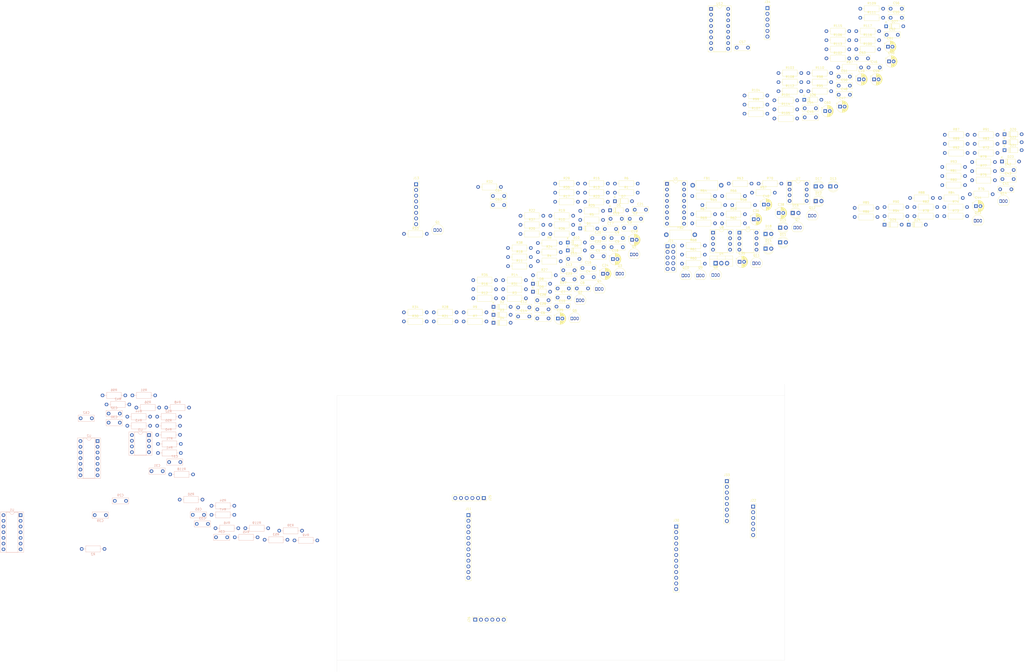
<source format=kicad_pcb>
(kicad_pcb (version 20171130) (host pcbnew "(5.1.9)-1")
  (layers (0 F.Cu signal) (31 B.Cu signal) (34 B.Paste user) (35 F.Paste user) (36 B.SilkS user) (37 F.SilkS user) (38 B.Mask user) (39 F.Mask user) (44 Edge.Cuts user))
  (net 0 "")
  (net 1 Filter)
  (net 2 +12V)
  (net 3 Hpass)
  (net 4 FilterCV)
  (net 5 In1)
  (net 6 In2)
  (net 7 In5)
  (net 8 FilterOut)
  (net 9 In3)
  (net 10 In4)
  (net 11 In6)
  (net 12 LPass)
  (net 13 FxStupidIn)
  (net 14 FxEchoIn)
  (net 15 FxEcho)
  (net 16 AuxIn)
  (net 17 DEOut1)
  (net 18 DEIn5)
  (net 19 PIOut2)
  (net 20 DEOut2)
  (net 21 PIOut3)
  (net 22 DEOut3)
  (net 23 PIOut4)
  (net 24 DEOut4)
  (net 25 -12V)
  (net 26 GainIn)
  (net 27 ToneIN)
  (net 28 ToneOUT)
  (net 29 ToneEchoIn)
  (net 30 FBIn)
  (net 31 CutCV)
  (net 32 Cutoff)
  (net 33 DEIn1)
  (net 34 DEIn2)
  (net 35 DEIn3)
  (net 36 DEIn4)
  (net 37 DEOut5)
  (net 38 DEOut6)
  (net 39 FBOut)
  (net 40 PIOut1)
  (net 41 PIIn1)
  (net 42 Vol1)
  (net 43 Vol3)
  (net 44 Vol5)
  (net 45 Vol2)
  (net 46 Vol4)
  (net 47 Vol6)
  (net 48 ResIn)
  (net 49 ResOut)
  (net 50 VolOut)
  (net 51 ToneEchoOut)
  (net 52 TimeOut)
  (net 53 "Net-(C1-Pad2)")
  (net 54 PI1Out)
  (net 55 "Net-(C2-Pad1)")
  (net 56 "Net-(C4-Pad1)")
  (net 57 "Net-(C5-Pad2)")
  (net 58 "Net-(C6-Pad1)")
  (net 59 "Net-(C8-Pad1)")
  (net 60 "Net-(C9-Pad2)")
  (net 61 "Net-(C10-Pad1)")
  (net 62 "Net-(C12-Pad1)")
  (net 63 "Net-(C13-Pad2)")
  (net 64 "Net-(C14-Pad1)")
  (net 65 "Net-(C16-Pad1)")
  (net 66 "Net-(C17-Pad1)")
  (net 67 "Net-(C18-Pad2)")
  (net 68 "Net-(C19-Pad1)")
  (net 69 "Net-(C20-Pad2)")
  (net 70 "Net-(C20-Pad1)")
  (net 71 O5)
  (net 72 "Net-(C22-Pad1)")
  (net 73 "Net-(C23-Pad1)")
  (net 74 "Net-(C24-Pad2)")
  (net 75 "Net-(C25-Pad1)")
  (net 76 "Net-(C26-Pad1)")
  (net 77 "Net-(C26-Pad2)")
  (net 78 "Net-(C28-Pad1)")
  (net 79 O6)
  (net 80 "Net-(C29-Pad1)")
  (net 81 "Net-(C29-Pad2)")
  (net 82 "Net-(C30-Pad2)")
  (net 83 "Net-(C30-Pad1)")
  (net 84 "Net-(C31-Pad2)")
  (net 85 "Net-(C31-Pad1)")
  (net 86 "Net-(C32-Pad2)")
  (net 87 "Net-(C32-Pad1)")
  (net 88 "Net-(C33-Pad2)")
  (net 89 "Net-(C33-Pad1)")
  (net 90 "Net-(C34-Pad1)")
  (net 91 "Net-(C34-Pad2)")
  (net 92 "Net-(C37-Pad2)")
  (net 93 "Net-(C39-Pad2)")
  (net 94 +5V)
  (net 95 "Net-(C41-Pad2)")
  (net 96 "Net-(C41-Pad1)")
  (net 97 "Net-(C42-Pad2)")
  (net 98 "Net-(C42-Pad1)")
  (net 99 "Net-(C43-Pad1)")
  (net 100 "Net-(C44-Pad1)")
  (net 101 "Net-(C44-Pad2)")
  (net 102 "Net-(C45-Pad2)")
  (net 103 "Net-(C45-Pad1)")
  (net 104 "Net-(C46-Pad1)")
  (net 105 "Net-(C47-Pad2)")
  (net 106 "Net-(C48-Pad1)")
  (net 107 "Net-(C49-Pad2)")
  (net 108 "Net-(C50-Pad1)")
  (net 109 GainOut)
  (net 110 "Net-(C52-Pad2)")
  (net 111 "Net-(C52-Pad1)")
  (net 112 "Net-(C53-Pad2)")
  (net 113 "Net-(C53-Pad1)")
  (net 114 "Net-(C54-Pad2)")
  (net 115 "Net-(C54-Pad1)")
  (net 116 "Net-(C56-Pad1)")
  (net 117 "Net-(C56-Pad2)")
  (net 118 "Net-(C57-Pad1)")
  (net 119 "Net-(C58-Pad2)")
  (net 120 "Net-(C58-Pad1)")
  (net 121 "Net-(C59-Pad2)")
  (net 122 "Net-(C60-Pad1)")
  (net 123 "Net-(C61-Pad1)")
  (net 124 "Net-(C62-Pad2)")
  (net 125 "Net-(C63-Pad2)")
  (net 126 "Net-(C64-Pad2)")
  (net 127 "Net-(C65-Pad2)")
  (net 128 "Net-(CUTOFF1-Pad3)")
  (net 129 "Net-(CUTOFF1-Pad1)")
  (net 130 "Net-(D1-Pad2)")
  (net 131 "Net-(D2-Pad2)")
  (net 132 "Net-(D3-Pad2)")
  (net 133 "Net-(D4-Pad2)")
  (net 134 "Net-(D7-Pad1)")
  (net 135 "Net-(D10-Pad1)")
  (net 136 "Net-(D11-Pad2)")
  (net 137 "Net-(D12-Pad2)")
  (net 138 "Net-(D13-Pad2)")
  (net 139 "Net-(D14-Pad2)")
  (net 140 "Net-(D15-Pad2)")
  (net 141 "Net-(D16-Pad2)")
  (net 142 "Net-(D17-Pad2)")
  (net 143 "Net-(D18-Pad2)")
  (net 144 "Net-(D20-Pad2)")
  (net 145 "Net-(D20-Pad1)")
  (net 146 "Net-(D21-Pad2)")
  (net 147 "Net-(D22-Pad1)")
  (net 148 "Net-(D23-Pad2)")
  (net 149 "Net-(D24-Pad1)")
  (net 150 "Net-(FB1-Pad2)")
  (net 151 "Net-(FB2-Pad2)")
  (net 152 "Net-(Q1-Pad2)")
  (net 153 "Net-(Q1-Pad1)")
  (net 154 "Net-(Q4-Pad1)")
  (net 155 "Net-(Q4-Pad2)")
  (net 156 "Net-(Q7-Pad2)")
  (net 157 "Net-(Q7-Pad3)")
  (net 158 "Net-(Q8-Pad3)")
  (net 159 "Net-(Q8-Pad2)")
  (net 160 "Net-(Q9-Pad3)")
  (net 161 "Net-(Q9-Pad2)")
  (net 162 "Net-(Q10-Pad2)")
  (net 163 "Net-(Q10-Pad3)")
  (net 164 "Net-(Q11-Pad3)")
  (net 165 "Net-(Q11-Pad2)")
  (net 166 "Net-(Q12-Pad2)")
  (net 167 "Net-(Q12-Pad3)")
  (net 168 "Net-(Q13-Pad3)")
  (net 169 "Net-(Q13-Pad1)")
  (net 170 "Net-(Q14-Pad2)")
  (net 171 "Net-(R40-Pad1)")
  (net 172 "Net-(R41-Pad1)")
  (net 173 "Net-(R42-Pad1)")
  (net 174 "Net-(R52-Pad1)")
  (net 175 "Net-(R118-Pad2)")
  (net 176 "Net-(R119-Pad2)")
  (net 177 "Net-(R72-Pad2)")
  (net 178 "Net-(R73-Pad2)")
  (net 179 "Net-(R75-Pad2)")
  (net 180 "Net-(R76-Pad2)")
  (net 181 "Net-(R81-Pad2)")
  (net 182 "Net-(R82-Pad2)")
  (net 183 "Net-(R101-Pad2)")
  (net 184 "Net-(R102-Pad2)")
  (net 185 "Net-(R109-Pad2)")
  (net 186 "Net-(R114-Pad2)")
  (net 187 "Net-(U5-Pad15)")
  (net 188 "Net-(U5-Pad2)")
  (net 189 "Net-(U12-Pad5)")
  (module Connector_PinSocket_2.54mm:PinSocket_1x06_P2.54mm_Vertical (layer F.Cu) (at 227.33 -142.24)
    (fp_text reference J34 (at 0 -2.77) (layer F.SilkS))
    (fp_text value Conn_01x06_Female)
    (pad 1 thru_hole rect (at 0 0) (size 1.7 1.7) (drill 1) (layers *.Cu *.Mask) (net 18 DEIn5))
    (pad 2 thru_hole oval (at 0 2.54) (size 1.7 1.7) (drill 1) (layers *.Cu *.Mask) (net 39 FBOut))
    (pad 3 thru_hole oval (at 0 5.08) (size 1.7 1.7) (drill 1) (layers *.Cu *.Mask) (net 30 FBIn))
    (pad 4 thru_hole oval (at 0 7.62) (size 1.7 1.7) (drill 1) (layers *.Cu *.Mask) (net 51 ToneEchoOut))
    (pad 5 thru_hole oval (at 0 10.16) (size 1.7 1.7) (drill 1) (layers *.Cu *.Mask) (net 29 ToneEchoIn))
    (pad 6 thru_hole oval (at 0 12.7) (size 1.7 1.7) (drill 1) (layers *.Cu *.Mask) (net 52 TimeOut))
  )
  (module Capacitor_THT:C_Disc_D7.0mm_W2.5mm_P5.00mm (layer F.Cu) (at 149.355001 -31.594999)
    (fp_text reference C1 (at 2.5 -2.5) (layer F.SilkS))
    (fp_text value 150nF)
    (pad 1 thru_hole circle (at 0 0) (size 1.6 1.6) (drill 0.8) (layers *.Cu *.Mask) (net 5 In1))
    (pad 2 thru_hole circle (at 5 0) (size 1.6 1.6) (drill 0.8) (layers *.Cu *.Mask) (net 53 "Net-(C1-Pad2)"))
  )
  (module Capacitor_THT:C_Disc_D7.0mm_W2.5mm_P5.00mm (layer F.Cu) (at 165.995001 -48.294999)
    (fp_text reference C2 (at 2.5 -2.5) (layer F.SilkS))
    (fp_text value 47nF)
    (pad 2 thru_hole circle (at 5 0) (size 1.6 1.6) (drill 0.8) (layers *.Cu *.Mask) (net 54 PI1Out))
    (pad 1 thru_hole circle (at 0 0) (size 1.6 1.6) (drill 0.8) (layers *.Cu *.Mask) (net 55 "Net-(C2-Pad1)"))
  )
  (module Capacitor_THT:C_Disc_D7.0mm_W2.5mm_P5.00mm (layer F.Cu) (at 163.455001 -44.244999)
    (fp_text reference C3 (at 2.5 -2.5) (layer F.SilkS))
    (fp_text value 47nF)
    (pad 1 thru_hole circle (at 0 0) (size 1.6 1.6) (drill 0.8) (layers *.Cu *.Mask) (net 54 PI1Out))
    (pad 2 thru_hole circle (at 5 0) (size 1.6 1.6) (drill 0.8) (layers *.Cu *.Mask) (net 17 DEOut1))
  )
  (module Capacitor_THT:C_Disc_D7.0mm_W2.5mm_P5.00mm (layer F.Cu) (at 144.945001 -22.294999)
    (fp_text reference C4 (at 2.5 -2.5) (layer F.SilkS))
    (fp_text value 150nF)
    (pad 1 thru_hole circle (at 0 0) (size 1.6 1.6) (drill 0.8) (layers *.Cu *.Mask) (net 56 "Net-(C4-Pad1)"))
    (pad 2 thru_hole circle (at 5 0) (size 1.6 1.6) (drill 0.8) (layers *.Cu *.Mask) (net 18 DEIn5))
  )
  (module Capacitor_THT:C_Disc_D7.0mm_W2.5mm_P5.00mm (layer F.Cu) (at 157.905001 -35.644999)
    (fp_text reference C5 (at 2.5 -2.5) (layer F.SilkS))
    (fp_text value 33nF)
    (pad 1 thru_hole circle (at 0 0) (size 1.6 1.6) (drill 0.8) (layers *.Cu *.Mask) (net 6 In2))
    (pad 2 thru_hole circle (at 5 0) (size 1.6 1.6) (drill 0.8) (layers *.Cu *.Mask) (net 57 "Net-(C5-Pad2)"))
  )
  (module Capacitor_THT:C_Disc_D7.0mm_W2.5mm_P5.00mm (layer F.Cu) (at 124.815001 -3.894999)
    (fp_text reference C6 (at 2.5 -2.5) (layer F.SilkS))
    (fp_text value 10nF)
    (pad 2 thru_hole circle (at 5 0) (size 1.6 1.6) (drill 0.8) (layers *.Cu *.Mask) (net 19 PIOut2))
    (pad 1 thru_hole circle (at 0 0) (size 1.6 1.6) (drill 0.8) (layers *.Cu *.Mask) (net 58 "Net-(C6-Pad1)"))
  )
  (module Capacitor_THT:C_Disc_D7.0mm_W2.5mm_P5.00mm (layer F.Cu) (at 133.855001 -13.194999)
    (fp_text reference C7 (at 2.5 -2.5) (layer F.SilkS))
    (fp_text value 10nF)
    (pad 1 thru_hole circle (at 0 0) (size 1.6 1.6) (drill 0.8) (layers *.Cu *.Mask) (net 19 PIOut2))
    (pad 2 thru_hole circle (at 5 0) (size 1.6 1.6) (drill 0.8) (layers *.Cu *.Mask) (net 20 DEOut2))
  )
  (module Capacitor_THT:C_Disc_D7.0mm_W2.5mm_P5.00mm (layer F.Cu) (at 142.405001 -17.244999)
    (fp_text reference C8 (at 2.5 -2.5) (layer F.SilkS))
    (fp_text value 33nF)
    (pad 2 thru_hole circle (at 5 0) (size 1.6 1.6) (drill 0.8) (layers *.Cu *.Mask) (net 18 DEIn5))
    (pad 1 thru_hole circle (at 0 0) (size 1.6 1.6) (drill 0.8) (layers *.Cu *.Mask) (net 59 "Net-(C8-Pad1)"))
  )
  (module Capacitor_THT:C_Disc_D7.0mm_W2.5mm_P5.00mm (layer F.Cu) (at 157.905001 -39.694999)
    (fp_text reference C9 (at 2.5 -2.5) (layer F.SilkS))
    (fp_text value 39nF)
    (pad 1 thru_hole circle (at 0 0) (size 1.6 1.6) (drill 0.8) (layers *.Cu *.Mask) (net 9 In3))
    (pad 2 thru_hole circle (at 5 0) (size 1.6 1.6) (drill 0.8) (layers *.Cu *.Mask) (net 60 "Net-(C9-Pad2)"))
  )
  (module Capacitor_THT:C_Disc_D7.0mm_W2.5mm_P5.00mm (layer F.Cu) (at 133.365001 -9.144999)
    (fp_text reference C10 (at 2.5 -2.5) (layer F.SilkS))
    (fp_text value 12nF)
    (pad 1 thru_hole circle (at 0 0) (size 1.6 1.6) (drill 0.8) (layers *.Cu *.Mask) (net 61 "Net-(C10-Pad1)"))
    (pad 2 thru_hole circle (at 5 0) (size 1.6 1.6) (drill 0.8) (layers *.Cu *.Mask) (net 21 PIOut3))
  )
  (module Capacitor_THT:C_Disc_D7.0mm_W2.5mm_P5.00mm (layer F.Cu) (at 138.585001 -30.394999)
    (fp_text reference C11 (at 2.5 -2.5) (layer F.SilkS))
    (fp_text value 12nF)
    (pad 2 thru_hole circle (at 5 0) (size 1.6 1.6) (drill 0.8) (layers *.Cu *.Mask) (net 22 DEOut3))
    (pad 1 thru_hole circle (at 0 0) (size 1.6 1.6) (drill 0.8) (layers *.Cu *.Mask) (net 21 PIOut3))
  )
  (module Capacitor_THT:C_Disc_D7.0mm_W2.5mm_P5.00mm (layer F.Cu) (at 116.265001 -8.794999)
    (fp_text reference C12 (at 2.5 -2.5) (layer F.SilkS))
    (fp_text value 39nF)
    (pad 1 thru_hole circle (at 0 0) (size 1.6 1.6) (drill 0.8) (layers *.Cu *.Mask) (net 62 "Net-(C12-Pad1)"))
    (pad 2 thru_hole circle (at 5 0) (size 1.6 1.6) (drill 0.8) (layers *.Cu *.Mask) (net 18 DEIn5))
  )
  (module Capacitor_THT:C_Disc_D7.0mm_W2.5mm_P5.00mm (layer F.Cu) (at 136.395001 -25.344999)
    (fp_text reference C13 (at 2.5 -2.5) (layer F.SilkS))
    (fp_text value 4.7nF)
    (pad 2 thru_hole circle (at 5 0) (size 1.6 1.6) (drill 0.8) (layers *.Cu *.Mask) (net 63 "Net-(C13-Pad2)"))
    (pad 1 thru_hole circle (at 0 0) (size 1.6 1.6) (drill 0.8) (layers *.Cu *.Mask) (net 10 In4))
  )
  (module Capacitor_THT:C_Disc_D7.0mm_W2.5mm_P5.00mm (layer F.Cu) (at 116.265001 -4.744999)
    (fp_text reference C14 (at 2.5 -2.5) (layer F.SilkS))
    (fp_text value 1.5nF)
    (pad 1 thru_hole circle (at 0 0) (size 1.6 1.6) (drill 0.8) (layers *.Cu *.Mask) (net 64 "Net-(C14-Pad1)"))
    (pad 2 thru_hole circle (at 5 0) (size 1.6 1.6) (drill 0.8) (layers *.Cu *.Mask) (net 23 PIOut4))
  )
  (module Capacitor_THT:C_Disc_D7.0mm_W2.5mm_P5.00mm (layer F.Cu) (at 157.445001 -48.294999)
    (fp_text reference C15 (at 2.5 -2.5) (layer F.SilkS))
    (fp_text value 1.5nF)
    (pad 2 thru_hole circle (at 5 0) (size 1.6 1.6) (drill 0.8) (layers *.Cu *.Mask) (net 24 DEOut4))
    (pad 1 thru_hole circle (at 0 0) (size 1.6 1.6) (drill 0.8) (layers *.Cu *.Mask) (net 23 PIOut4))
  )
  (module Capacitor_THT:C_Disc_D7.0mm_W2.5mm_P5.00mm (layer F.Cu) (at 144.945001 -26.344999)
    (fp_text reference C16 (at 2.5 -2.5) (layer F.SilkS))
    (fp_text value 56nF)
    (pad 1 thru_hole circle (at 0 0) (size 1.6 1.6) (drill 0.8) (layers *.Cu *.Mask) (net 65 "Net-(C16-Pad1)"))
    (pad 2 thru_hole circle (at 5 0) (size 1.6 1.6) (drill 0.8) (layers *.Cu *.Mask) (net 18 DEIn5))
  )
  (module Capacitor_THT:C_Disc_D7.0mm_W2.5mm_P5.00mm (layer F.Cu) (at 154.905001 -43.744999)
    (fp_text reference C17 (at 2.5 -2.5) (layer F.SilkS))
    (fp_text value 0.1µF)
    (pad 1 thru_hole circle (at 0 0) (size 1.6 1.6) (drill 0.8) (layers *.Cu *.Mask) (net 66 "Net-(C17-Pad1)"))
    (pad 2 thru_hole circle (at 5 0) (size 1.6 1.6) (drill 0.8) (layers *.Cu *.Mask) (net 18 DEIn5))
  )
  (module Capacitor_THT:CP_Radial_D5.0mm_P2.00mm (layer F.Cu) (at 158.494776 -30.344999)
    (fp_text reference C18 (at 1 -3.75) (layer F.SilkS))
    (fp_text value 10µF)
    (pad 2 thru_hole circle (at 2 0) (size 1.6 1.6) (drill 0.8) (layers *.Cu *.Mask) (net 67 "Net-(C18-Pad2)"))
    (pad 1 thru_hole rect (at 0 0) (size 1.6 1.6) (drill 0.8) (layers *.Cu *.Mask) (net 7 In5))
  )
  (module Capacitor_THT:CP_Radial_D5.0mm_P2.00mm (layer F.Cu) (at 167.044776 -38.944999)
    (fp_text reference C19 (at 1 -3.75) (layer F.SilkS))
    (fp_text value 10µF)
    (pad 1 thru_hole rect (at 0 0) (size 1.6 1.6) (drill 0.8) (layers *.Cu *.Mask) (net 68 "Net-(C19-Pad1)"))
    (pad 2 thru_hole circle (at 2 0) (size 1.6 1.6) (drill 0.8) (layers *.Cu *.Mask) (net 18 DEIn5))
  )
  (module Capacitor_THT:C_Disc_D7.0mm_W2.5mm_P5.00mm (layer F.Cu) (at 149.355001 -39.694999)
    (fp_text reference C20 (at 2.5 -2.5) (layer F.SilkS))
    (fp_text value 1µF)
    (pad 2 thru_hole circle (at 5 0) (size 1.6 1.6) (drill 0.8) (layers *.Cu *.Mask) (net 69 "Net-(C20-Pad2)"))
    (pad 1 thru_hole circle (at 0 0) (size 1.6 1.6) (drill 0.8) (layers *.Cu *.Mask) (net 70 "Net-(C20-Pad1)"))
  )
  (module Capacitor_THT:C_Disc_D7.0mm_W2.5mm_P5.00mm (layer F.Cu) (at 168.215001 -52.344999)
    (fp_text reference C21 (at 2.5 -2.5) (layer F.SilkS))
    (fp_text value 0.1µF)
    (pad 1 thru_hole circle (at 0 0) (size 1.6 1.6) (drill 0.8) (layers *.Cu *.Mask) (net 18 DEIn5))
    (pad 2 thru_hole circle (at 5 0) (size 1.6 1.6) (drill 0.8) (layers *.Cu *.Mask) (net 69 "Net-(C20-Pad2)"))
  )
  (module Capacitor_THT:C_Disc_D7.0mm_W2.5mm_P5.00mm (layer F.Cu) (at 149.355001 -35.644999)
    (fp_text reference C22 (at 2.5 -2.5) (layer F.SilkS))
    (fp_text value 50nF)
    (pad 2 thru_hole circle (at 5 0) (size 1.6 1.6) (drill 0.8) (layers *.Cu *.Mask) (net 71 O5))
    (pad 1 thru_hole circle (at 0 0) (size 1.6 1.6) (drill 0.8) (layers *.Cu *.Mask) (net 72 "Net-(C22-Pad1)"))
  )
  (module Capacitor_THT:C_Disc_D7.0mm_W2.5mm_P5.00mm (layer F.Cu) (at 136.395001 -21.294999)
    (fp_text reference C23 (at 2.5 -2.5) (layer F.SilkS))
    (fp_text value 0.1µF)
    (pad 1 thru_hole circle (at 0 0) (size 1.6 1.6) (drill 0.8) (layers *.Cu *.Mask) (net 73 "Net-(C23-Pad1)"))
    (pad 2 thru_hole circle (at 5 0) (size 1.6 1.6) (drill 0.8) (layers *.Cu *.Mask) (net 18 DEIn5))
  )
  (module Capacitor_THT:CP_Radial_D5.0mm_P2.00mm (layer F.Cu) (at 154.084776 -23.794999)
    (fp_text reference C24 (at 1 -3.75) (layer F.SilkS))
    (fp_text value 10µF)
    (pad 2 thru_hole circle (at 2 0) (size 1.6 1.6) (drill 0.8) (layers *.Cu *.Mask) (net 74 "Net-(C24-Pad2)"))
    (pad 1 thru_hole rect (at 0 0) (size 1.6 1.6) (drill 0.8) (layers *.Cu *.Mask) (net 11 In6))
  )
  (module Capacitor_THT:CP_Radial_D5.0mm_P2.00mm (layer F.Cu) (at 133.954776 -3.844999)
    (fp_text reference C25 (at 1 -3.75) (layer F.SilkS))
    (fp_text value 10µF)
    (pad 2 thru_hole circle (at 2 0) (size 1.6 1.6) (drill 0.8) (layers *.Cu *.Mask) (net 18 DEIn5))
    (pad 1 thru_hole rect (at 0 0) (size 1.6 1.6) (drill 0.8) (layers *.Cu *.Mask) (net 75 "Net-(C25-Pad1)"))
  )
  (module Capacitor_THT:C_Disc_D7.0mm_W2.5mm_P5.00mm (layer F.Cu) (at 124.815001 -11.994999)
    (fp_text reference C26 (at 2.5 -2.5) (layer F.SilkS))
    (fp_text value 1µF)
    (pad 1 thru_hole circle (at 0 0) (size 1.6 1.6) (drill 0.8) (layers *.Cu *.Mask) (net 76 "Net-(C26-Pad1)"))
    (pad 2 thru_hole circle (at 5 0) (size 1.6 1.6) (drill 0.8) (layers *.Cu *.Mask) (net 77 "Net-(C26-Pad2)"))
  )
  (module Capacitor_THT:C_Disc_D7.0mm_W2.5mm_P5.00mm (layer F.Cu) (at 133.855001 -17.244999)
    (fp_text reference C27 (at 2.5 -2.5) (layer F.SilkS))
    (fp_text value 10nF)
    (pad 2 thru_hole circle (at 5 0) (size 1.6 1.6) (drill 0.8) (layers *.Cu *.Mask) (net 77 "Net-(C26-Pad2)"))
    (pad 1 thru_hole circle (at 0 0) (size 1.6 1.6) (drill 0.8) (layers *.Cu *.Mask) (net 18 DEIn5))
  )
  (module Capacitor_THT:C_Disc_D7.0mm_W2.5mm_P5.00mm (layer F.Cu) (at 124.815001 -7.944999)
    (fp_text reference C28 (at 2.5 -2.5) (layer F.SilkS))
    (fp_text value 680pF)
    (pad 1 thru_hole circle (at 0 0) (size 1.6 1.6) (drill 0.8) (layers *.Cu *.Mask) (net 78 "Net-(C28-Pad1)"))
    (pad 2 thru_hole circle (at 5 0) (size 1.6 1.6) (drill 0.8) (layers *.Cu *.Mask) (net 79 O6))
  )
  (module Capacitor_THT:C_Disc_D7.0mm_W2.5mm_P5.00mm (layer B.Cu) (at -58.42 77.47 180)
    (fp_text reference C29 (at 2.5 2.5) (layer B.SilkS) (effects (justify mirror)))
    (fp_text value 10µF)
    (pad 1 thru_hole circle (at 0 0 180) (size 1.6 1.6) (drill 0.8) (layers *.Cu *.Mask) (net 80 "Net-(C29-Pad1)"))
    (pad 2 thru_hole circle (at 5 0 180) (size 1.6 1.6) (drill 0.8) (layers *.Cu *.Mask) (net 81 "Net-(C29-Pad2)"))
  )
  (module Capacitor_THT:C_Disc_D7.0mm_W2.5mm_P5.00mm (layer B.Cu) (at -61.205001 42.585001 180)
    (fp_text reference C30 (at 2.5 2.5) (layer B.SilkS) (effects (justify mirror)))
    (fp_text value 10µF)
    (pad 2 thru_hole circle (at 5 0 180) (size 1.6 1.6) (drill 0.8) (layers *.Cu *.Mask) (net 82 "Net-(C30-Pad2)"))
    (pad 1 thru_hole circle (at 0 0 180) (size 1.6 1.6) (drill 0.8) (layers *.Cu *.Mask) (net 83 "Net-(C30-Pad1)"))
  )
  (module Capacitor_THT:C_Disc_D7.0mm_W2.5mm_P5.00mm (layer B.Cu) (at -42.085001 64.225001 180)
    (fp_text reference C31 (at 2.5 2.5) (layer B.SilkS) (effects (justify mirror)))
    (fp_text value 10µF)
    (pad 2 thru_hole circle (at 5 0 180) (size 1.6 1.6) (drill 0.8) (layers *.Cu *.Mask) (net 84 "Net-(C31-Pad2)"))
    (pad 1 thru_hole circle (at 0 0 180) (size 1.6 1.6) (drill 0.8) (layers *.Cu *.Mask) (net 85 "Net-(C31-Pad1)"))
  )
  (module Capacitor_THT:C_Disc_D7.0mm_W2.5mm_P5.00mm (layer B.Cu) (at -61.205001 38.535001 180)
    (fp_text reference C32 (at 2.5 2.5) (layer B.SilkS) (effects (justify mirror)))
    (fp_text value 10µF)
    (pad 2 thru_hole circle (at 5 0 180) (size 1.6 1.6) (drill 0.8) (layers *.Cu *.Mask) (net 86 "Net-(C32-Pad2)"))
    (pad 1 thru_hole circle (at 0 0 180) (size 1.6 1.6) (drill 0.8) (layers *.Cu *.Mask) (net 87 "Net-(C32-Pad1)"))
  )
  (module Capacitor_THT:C_Disc_D7.0mm_W2.5mm_P5.00mm (layer B.Cu) (at -21.915001 87.745001 180)
    (fp_text reference C33 (at 2.5 2.5) (layer B.SilkS) (effects (justify mirror)))
    (fp_text value 10µF)
    (pad 2 thru_hole circle (at 5 0 180) (size 1.6 1.6) (drill 0.8) (layers *.Cu *.Mask) (net 88 "Net-(C33-Pad2)"))
    (pad 1 thru_hole circle (at 0 0 180) (size 1.6 1.6) (drill 0.8) (layers *.Cu *.Mask) (net 89 "Net-(C33-Pad1)"))
  )
  (module Capacitor_THT:C_Disc_D7.0mm_W2.5mm_P5.00mm (layer B.Cu) (at -13.345001 93.705001 180)
    (fp_text reference C34 (at 2.5 2.5) (layer B.SilkS) (effects (justify mirror)))
    (fp_text value 10µF)
    (pad 1 thru_hole circle (at 0 0 180) (size 1.6 1.6) (drill 0.8) (layers *.Cu *.Mask) (net 90 "Net-(C34-Pad1)"))
    (pad 2 thru_hole circle (at 5 0 180) (size 1.6 1.6) (drill 0.8) (layers *.Cu *.Mask) (net 91 "Net-(C34-Pad2)"))
  )
  (module Capacitor_THT:CP_Radial_D5.0mm_P2.00mm (layer F.Cu) (at 214.934776 -29.144999)
    (fp_text reference C35 (at 1 -3.75) (layer F.SilkS))
    (fp_text value 10µ)
    (pad 1 thru_hole rect (at 0 0) (size 1.6 1.6) (drill 0.8) (layers *.Cu *.Mask) (net 2 +12V))
    (pad 2 thru_hole circle (at 2 0) (size 1.6 1.6) (drill 0.8) (layers *.Cu *.Mask) (net 18 DEIn5))
  )
  (module Capacitor_THT:CP_Radial_D5.0mm_P2.00mm (layer F.Cu) (at 221.244776 -48.094999)
    (fp_text reference C36 (at 1 -3.75) (layer F.SilkS))
    (fp_text value 10µ)
    (pad 1 thru_hole rect (at 0 0) (size 1.6 1.6) (drill 0.8) (layers *.Cu *.Mask) (net 18 DEIn5))
    (pad 2 thru_hole circle (at 2 0) (size 1.6 1.6) (drill 0.8) (layers *.Cu *.Mask) (net 25 -12V))
  )
  (module Capacitor_THT:C_Disc_D7.0mm_W2.5mm_P5.00mm (layer B.Cu) (at -34.225001 60.175001 180)
    (fp_text reference C37 (at 2.5 2.5) (layer B.SilkS) (effects (justify mirror)))
    (fp_text value .1µF)
    (pad 1 thru_hole circle (at 0 0 180) (size 1.6 1.6) (drill 0.8) (layers *.Cu *.Mask) (net 17 DEOut1))
    (pad 2 thru_hole circle (at 5 0 180) (size 1.6 1.6) (drill 0.8) (layers *.Cu *.Mask) (net 92 "Net-(C37-Pad2)"))
  )
  (module Capacitor_THT:CP_Radial_D5.0mm_P2.00mm (layer F.Cu) (at 232.374776 -50.894999)
    (fp_text reference C38 (at 1 -3.75) (layer F.SilkS))
    (fp_text value 10µ)
    (pad 2 thru_hole circle (at 2 0) (size 1.6 1.6) (drill 0.8) (layers *.Cu *.Mask) (net 18 DEIn5))
    (pad 1 thru_hole rect (at 0 0) (size 1.6 1.6) (drill 0.8) (layers *.Cu *.Mask) (net 2 +12V))
  )
  (module Capacitor_THT:C_Disc_D7.0mm_W2.5mm_P5.00mm (layer B.Cu) (at -72.39 83.82)
    (fp_text reference C39 (at 2.5 2.5) (layer B.SilkS) (effects (justify mirror)))
    (fp_text value .1µF)
    (pad 2 thru_hole circle (at 5 0) (size 1.6 1.6) (drill 0.8) (layers *.Cu *.Mask) (net 93 "Net-(C39-Pad2)"))
    (pad 1 thru_hole circle (at 0 0) (size 1.6 1.6) (drill 0.8) (layers *.Cu *.Mask) (net 22 DEOut3))
  )
  (module Capacitor_THT:CP_Radial_D5.0mm_P2.00mm (layer F.Cu) (at 225.744776 -54.644999)
    (fp_text reference C40 (at 1 -3.75) (layer F.SilkS))
    (fp_text value 100n)
    (pad 1 thru_hole rect (at 0 0) (size 1.6 1.6) (drill 0.8) (layers *.Cu *.Mask) (net 94 +5V))
    (pad 2 thru_hole circle (at 2 0) (size 1.6 1.6) (drill 0.8) (layers *.Cu *.Mask) (net 18 DEIn5))
  )
  (module Capacitor_THT:C_Disc_D7.0mm_W2.5mm_P5.00mm (layer F.Cu) (at 331.035001 -61.454999)
    (fp_text reference C41 (at 2.5 -2.5) (layer F.SilkS))
    (fp_text value 1nF)
    (pad 2 thru_hole circle (at 5 0) (size 1.6 1.6) (drill 0.8) (layers *.Cu *.Mask) (net 95 "Net-(C41-Pad2)"))
    (pad 1 thru_hole circle (at 0 0) (size 1.6 1.6) (drill 0.8) (layers *.Cu *.Mask) (net 96 "Net-(C41-Pad1)"))
  )
  (module Capacitor_THT:C_Disc_D7.0mm_W2.5mm_P5.00mm (layer F.Cu) (at 332.045001 -70.054999)
    (fp_text reference C42 (at 2.5 -2.5) (layer F.SilkS))
    (fp_text value 1nF)
    (pad 2 thru_hole circle (at 5 0) (size 1.6 1.6) (drill 0.8) (layers *.Cu *.Mask) (net 97 "Net-(C42-Pad2)"))
    (pad 1 thru_hole circle (at 0 0) (size 1.6 1.6) (drill 0.8) (layers *.Cu *.Mask) (net 98 "Net-(C42-Pad1)"))
  )
  (module Capacitor_THT:C_Disc_D7.0mm_W2.5mm_P5.00mm (layer F.Cu) (at 332.045001 -66.004999)
    (fp_text reference C43 (at 2.5 -2.5) (layer F.SilkS))
    (fp_text value 1nF)
    (pad 1 thru_hole circle (at 0 0) (size 1.6 1.6) (drill 0.8) (layers *.Cu *.Mask) (net 99 "Net-(C43-Pad1)"))
    (pad 2 thru_hole circle (at 5 0) (size 1.6 1.6) (drill 0.8) (layers *.Cu *.Mask) (net 3 Hpass))
  )
  (module Capacitor_THT:CP_Radial_D5.0mm_P2.00mm (layer F.Cu) (at 320.234776 -53.954999)
    (fp_text reference C44 (at 1 -3.75) (layer F.SilkS))
    (fp_text value 10µF)
    (pad 1 thru_hole rect (at 0 0) (size 1.6 1.6) (drill 0.8) (layers *.Cu *.Mask) (net 100 "Net-(C44-Pad1)"))
    (pad 2 thru_hole circle (at 2 0) (size 1.6 1.6) (drill 0.8) (layers *.Cu *.Mask) (net 101 "Net-(C44-Pad2)"))
  )
  (module Capacitor_THT:C_Disc_D7.0mm_W2.5mm_P5.00mm (layer F.Cu) (at 243.945001 -93.534999)
    (fp_text reference C45 (at 2.5 -2.5) (layer F.SilkS))
    (fp_text value 22nF)
    (pad 2 thru_hole circle (at 5 0) (size 1.6 1.6) (drill 0.8) (layers *.Cu *.Mask) (net 102 "Net-(C45-Pad2)"))
    (pad 1 thru_hole circle (at 0 0) (size 1.6 1.6) (drill 0.8) (layers *.Cu *.Mask) (net 103 "Net-(C45-Pad1)"))
  )
  (module Capacitor_THT:C_Disc_D7.0mm_W2.5mm_P5.00mm (layer F.Cu) (at 272.395001 -115.774999)
    (fp_text reference C46 (at 2.5 -2.5) (layer F.SilkS))
    (fp_text value 500pF)
    (pad 1 thru_hole circle (at 0 0) (size 1.6 1.6) (drill 0.8) (layers *.Cu *.Mask) (net 104 "Net-(C46-Pad1)"))
    (pad 2 thru_hole circle (at 5 0) (size 1.6 1.6) (drill 0.8) (layers *.Cu *.Mask) (net 18 DEIn5))
  )
  (module Capacitor_THT:CP_Radial_D5.0mm_P2.00mm (layer F.Cu) (at 259.714776 -98.324999)
    (fp_text reference C47 (at 1 -3.75) (layer F.SilkS))
    (fp_text value 2.2µF)
    (pad 1 thru_hole rect (at 0 0) (size 1.6 1.6) (drill 0.8) (layers *.Cu *.Mask) (net 26 GainIn))
    (pad 2 thru_hole circle (at 2 0) (size 1.6 1.6) (drill 0.8) (layers *.Cu *.Mask) (net 105 "Net-(C47-Pad2)"))
  )
  (module Capacitor_THT:C_Disc_D7.0mm_W2.5mm_P5.00mm (layer F.Cu) (at 259.085001 -103.624999)
    (fp_text reference C48 (at 2.5 -2.5) (layer F.SilkS))
    (fp_text value 100nF)
    (pad 2 thru_hole circle (at 5 0) (size 1.6 1.6) (drill 0.8) (layers *.Cu *.Mask) (net 18 DEIn5))
    (pad 1 thru_hole circle (at 0 0) (size 1.6 1.6) (drill 0.8) (layers *.Cu *.Mask) (net 106 "Net-(C48-Pad1)"))
  )
  (module Capacitor_THT:CP_Radial_D5.0mm_P2.00mm (layer F.Cu) (at 268.224776 -110.474999)
    (fp_text reference C49 (at 1 -3.75) (layer F.SilkS))
    (fp_text value 10µF)
    (pad 1 thru_hole rect (at 0 0) (size 1.6 1.6) (drill 0.8) (layers *.Cu *.Mask) (net 18 DEIn5))
    (pad 2 thru_hole circle (at 2 0) (size 1.6 1.6) (drill 0.8) (layers *.Cu *.Mask) (net 107 "Net-(C49-Pad2)"))
  )
  (module Capacitor_THT:C_Disc_D7.0mm_W2.5mm_P5.00mm (layer F.Cu) (at 259.085001 -107.674999)
    (fp_text reference C50 (at 2.5 -2.5) (layer F.SilkS))
    (fp_text value 100nF)
    (pad 1 thru_hole circle (at 0 0) (size 1.6 1.6) (drill 0.8) (layers *.Cu *.Mask) (net 108 "Net-(C50-Pad1)"))
    (pad 2 thru_hole circle (at 5 0) (size 1.6 1.6) (drill 0.8) (layers *.Cu *.Mask) (net 18 DEIn5))
  )
  (module Capacitor_THT:C_Disc_D7.0mm_W2.5mm_P5.00mm (layer F.Cu) (at 259.085001 -111.724999)
    (fp_text reference C51 (at 2.5 -2.5) (layer F.SilkS))
    (fp_text value 100nF)
    (pad 2 thru_hole circle (at 5 0) (size 1.6 1.6) (drill 0.8) (layers *.Cu *.Mask) (net 109 GainOut))
    (pad 1 thru_hole circle (at 0 0) (size 1.6 1.6) (drill 0.8) (layers *.Cu *.Mask) (net 27 ToneIN))
  )
  (module Capacitor_THT:C_Disc_D7.0mm_W2.5mm_P5.00mm (layer F.Cu) (at 280.445001 -130.334999)
    (fp_text reference C52 (at 2.5 -2.5) (layer F.SilkS))
    (fp_text value 470pF)
    (pad 2 thru_hole circle (at 5 0) (size 1.6 1.6) (drill 0.8) (layers *.Cu *.Mask) (net 110 "Net-(C52-Pad2)"))
    (pad 1 thru_hole circle (at 0 0) (size 1.6 1.6) (drill 0.8) (layers *.Cu *.Mask) (net 111 "Net-(C52-Pad1)"))
  )
  (module Capacitor_THT:C_Disc_D7.0mm_W2.5mm_P5.00mm (layer F.Cu) (at 267.135001 -119.824999)
    (fp_text reference C53 (at 2.5 -2.5) (layer F.SilkS))
    (fp_text value 470pF)
    (pad 2 thru_hole circle (at 5 0) (size 1.6 1.6) (drill 0.8) (layers *.Cu *.Mask) (net 112 "Net-(C53-Pad2)"))
    (pad 1 thru_hole circle (at 0 0) (size 1.6 1.6) (drill 0.8) (layers *.Cu *.Mask) (net 113 "Net-(C53-Pad1)"))
  )
  (module Capacitor_THT:C_Disc_D7.0mm_W2.5mm_P5.00mm (layer F.Cu) (at 243.945001 -97.584999)
    (fp_text reference C54 (at 2.5 -2.5) (layer F.SilkS))
    (fp_text value 100nF)
    (pad 2 thru_hole circle (at 5 0) (size 1.6 1.6) (drill 0.8) (layers *.Cu *.Mask) (net 114 "Net-(C54-Pad2)"))
    (pad 1 thru_hole circle (at 0 0) (size 1.6 1.6) (drill 0.8) (layers *.Cu *.Mask) (net 115 "Net-(C54-Pad1)"))
  )
  (module Capacitor_THT:C_Disc_D7.0mm_W2.5mm_P5.00mm (layer F.Cu) (at 282.225001 -137.934999)
    (fp_text reference C55 (at 2.5 -2.5) (layer F.SilkS))
    (fp_text value 22nF)
    (pad 1 thru_hole circle (at 0 0) (size 1.6 1.6) (drill 0.8) (layers *.Cu *.Mask) (net 28 ToneOUT))
    (pad 2 thru_hole circle (at 5 0) (size 1.6 1.6) (drill 0.8) (layers *.Cu *.Mask) (net 18 DEIn5))
  )
  (module Capacitor_THT:C_Disc_D7.0mm_W2.5mm_P5.00mm (layer F.Cu) (at 282.225001 -141.984999)
    (fp_text reference C56 (at 2.5 -2.5) (layer F.SilkS))
    (fp_text value 100nF)
    (pad 1 thru_hole circle (at 0 0) (size 1.6 1.6) (drill 0.8) (layers *.Cu *.Mask) (net 116 "Net-(C56-Pad1)"))
    (pad 2 thru_hole circle (at 5 0) (size 1.6 1.6) (drill 0.8) (layers *.Cu *.Mask) (net 117 "Net-(C56-Pad2)"))
  )
  (module Capacitor_THT:C_Disc_D7.0mm_W2.5mm_P5.00mm (layer F.Cu) (at 213.675001 -124.634999)
    (fp_text reference C57 (at 2.5 -2.5) (layer F.SilkS))
    (fp_text value 2.2nF)
    (pad 2 thru_hole circle (at 5 0) (size 1.6 1.6) (drill 0.8) (layers *.Cu *.Mask) (net 18 DEIn5))
    (pad 1 thru_hole circle (at 0 0) (size 1.6 1.6) (drill 0.8) (layers *.Cu *.Mask) (net 118 "Net-(C57-Pad1)"))
  )
  (module Capacitor_THT:CP_Radial_D5.0mm_P2.00mm (layer F.Cu) (at 281.534776 -118.484999)
    (fp_text reference C58 (at 1 -3.75) (layer F.SilkS))
    (fp_text value 4.7µF)
    (pad 2 thru_hole circle (at 2 0) (size 1.6 1.6) (drill 0.8) (layers *.Cu *.Mask) (net 119 "Net-(C58-Pad2)"))
    (pad 1 thru_hole rect (at 0 0) (size 1.6 1.6) (drill 0.8) (layers *.Cu *.Mask) (net 120 "Net-(C58-Pad1)"))
  )
  (module Capacitor_THT:CP_Radial_D5.0mm_P2.00mm (layer F.Cu) (at 274.854776 -110.474999)
    (fp_text reference C59 (at 1 -3.75) (layer F.SilkS))
    (fp_text value 10µF)
    (pad 2 thru_hole circle (at 2 0) (size 1.6 1.6) (drill 0.8) (layers *.Cu *.Mask) (net 121 "Net-(C59-Pad2)"))
    (pad 1 thru_hole rect (at 0 0) (size 1.6 1.6) (drill 0.8) (layers *.Cu *.Mask) (net 110 "Net-(C52-Pad2)"))
  )
  (module Capacitor_THT:CP_Radial_D5.0mm_P2.00mm (layer F.Cu) (at 253.084776 -96.334999)
    (fp_text reference C60 (at 1 -3.75) (layer F.SilkS))
    (fp_text value 10µF)
    (pad 2 thru_hole circle (at 2 0) (size 1.6 1.6) (drill 0.8) (layers *.Cu *.Mask) (net 29 ToneEchoIn))
    (pad 1 thru_hole rect (at 0 0) (size 1.6 1.6) (drill 0.8) (layers *.Cu *.Mask) (net 122 "Net-(C60-Pad1)"))
  )
  (module Capacitor_THT:CP_Radial_D5.0mm_P2.00mm (layer F.Cu) (at 281.034776 -125.034999)
    (fp_text reference C61 (at 1 -3.75) (layer F.SilkS))
    (fp_text value 4.7µF)
    (pad 1 thru_hole rect (at 0 0) (size 1.6 1.6) (drill 0.8) (layers *.Cu *.Mask) (net 123 "Net-(C61-Pad1)"))
    (pad 2 thru_hole circle (at 2 0) (size 1.6 1.6) (drill 0.8) (layers *.Cu *.Mask) (net 30 FBIn))
  )
  (module Capacitor_THT:C_Disc_D7.0mm_W2.5mm_P5.00mm (layer B.Cu) (at -73.66 40.64 180)
    (fp_text reference C62 (at 2.5 2.5) (layer B.SilkS) (effects (justify mirror)))
    (fp_text value .1µF)
    (pad 1 thru_hole circle (at 0 0 180) (size 1.6 1.6) (drill 0.8) (layers *.Cu *.Mask) (net 71 O5))
    (pad 2 thru_hole circle (at 5 0 180) (size 1.6 1.6) (drill 0.8) (layers *.Cu *.Mask) (net 124 "Net-(C62-Pad2)"))
  )
  (module Capacitor_THT:C_Disc_D7.0mm_W2.5mm_P5.00mm (layer F.Cu) (at 105.035001 -54.404999)
    (fp_text reference C63 (at 2.5 -2.5) (layer F.SilkS))
    (fp_text value .1µF)
    (pad 2 thru_hole circle (at 5 0) (size 1.6 1.6) (drill 0.8) (layers *.Cu *.Mask) (net 125 "Net-(C63-Pad2)"))
    (pad 1 thru_hole circle (at 0 0) (size 1.6 1.6) (drill 0.8) (layers *.Cu *.Mask) (net 20 DEOut2))
  )
  (module Capacitor_THT:C_Disc_D7.0mm_W2.5mm_P5.00mm (layer F.Cu) (at 105.035001 -58.454999)
    (fp_text reference C64 (at 2.5 -2.5) (layer F.SilkS))
    (fp_text value .1µF)
    (pad 1 thru_hole circle (at 0 0) (size 1.6 1.6) (drill 0.8) (layers *.Cu *.Mask) (net 24 DEOut4))
    (pad 2 thru_hole circle (at 5 0) (size 1.6 1.6) (drill 0.8) (layers *.Cu *.Mask) (net 126 "Net-(C64-Pad2)"))
  )
  (module Capacitor_THT:C_Disc_D7.0mm_W2.5mm_P5.00mm (layer B.Cu) (at -23.695001 83.695001 180)
    (fp_text reference C65 (at 2.5 2.5) (layer B.SilkS) (effects (justify mirror)))
    (fp_text value .1µF)
    (pad 2 thru_hole circle (at 5 0 180) (size 1.6 1.6) (drill 0.8) (layers *.Cu *.Mask) (net 127 "Net-(C65-Pad2)"))
    (pad 1 thru_hole circle (at 0 0 180) (size 1.6 1.6) (drill 0.8) (layers *.Cu *.Mask) (net 79 O6))
  )
  (module Diode_THT:D_DO-35_SOD27_P7.62mm_Horizontal (layer F.Cu) (at 143.935001 -43.994999)
    (fp_text reference D1 (at 3.81 -2.12) (layer F.SilkS))
    (fp_text value 1N4148)
    (fp_text user K (at 0 -1.8) (layer F.SilkS))
    (pad 1 thru_hole rect (at 0 0) (size 1.6 1.6) (drill 0.8) (layers *.Cu *.Mask) (net 54 PI1Out))
    (pad 2 thru_hole oval (at 7.62 0) (size 1.6 1.6) (drill 0.8) (layers *.Cu *.Mask) (net 130 "Net-(D1-Pad2)"))
  )
  (module Diode_THT:D_DO-35_SOD27_P7.62mm_Horizontal (layer F.Cu) (at 105.295001 -9.044999)
    (fp_text reference D2 (at 3.81 -2.12) (layer F.SilkS))
    (fp_text value 1N4148)
    (fp_text user K (at 0 -1.8) (layer F.SilkS))
    (pad 2 thru_hole oval (at 7.62 0) (size 1.6 1.6) (drill 0.8) (layers *.Cu *.Mask) (net 131 "Net-(D2-Pad2)"))
    (pad 1 thru_hole rect (at 0 0) (size 1.6 1.6) (drill 0.8) (layers *.Cu *.Mask) (net 19 PIOut2))
  )
  (module Diode_THT:D_DO-35_SOD27_P7.62mm_Horizontal (layer F.Cu) (at 105.295001 -5.494999)
    (fp_text reference D3 (at 3.81 -2.12) (layer F.SilkS))
    (fp_text value 1N4148)
    (fp_text user K (at 0 -1.8) (layer F.SilkS))
    (pad 1 thru_hole rect (at 0 0) (size 1.6 1.6) (drill 0.8) (layers *.Cu *.Mask) (net 21 PIOut3))
    (pad 2 thru_hole oval (at 7.62 0) (size 1.6 1.6) (drill 0.8) (layers *.Cu *.Mask) (net 132 "Net-(D3-Pad2)"))
  )
  (module Diode_THT:D_DO-35_SOD27_P7.62mm_Horizontal (layer F.Cu) (at 105.295001 -1.944999)
    (fp_text reference D4 (at 3.81 -2.12) (layer F.SilkS))
    (fp_text value 1N4148)
    (fp_text user K (at 0 -1.8) (layer F.SilkS))
    (pad 2 thru_hole oval (at 7.62 0) (size 1.6 1.6) (drill 0.8) (layers *.Cu *.Mask) (net 133 "Net-(D4-Pad2)"))
    (pad 1 thru_hole rect (at 0 0) (size 1.6 1.6) (drill 0.8) (layers *.Cu *.Mask) (net 23 PIOut4))
  )
  (module Diode_THT:D_DO-35_SOD27_P7.62mm_Horizontal (layer F.Cu) (at 157.245001 -52.094999)
    (fp_text reference D5 (at 3.81 -2.12) (layer F.SilkS))
    (fp_text value 1N4148)
    (fp_text user K (at 0 -1.8) (layer F.SilkS))
    (pad 2 thru_hole oval (at 7.62 0) (size 1.6 1.6) (drill 0.8) (layers *.Cu *.Mask) (net 18 DEIn5))
    (pad 1 thru_hole rect (at 0 0) (size 1.6 1.6) (drill 0.8) (layers *.Cu *.Mask) (net 67 "Net-(C18-Pad2)"))
  )
  (module Diode_THT:D_DO-35_SOD27_P7.62mm_Horizontal (layer F.Cu) (at 138.385001 -34.194999)
    (fp_text reference D6 (at 3.81 -2.12) (layer F.SilkS))
    (fp_text value 1N4148)
    (fp_text user K (at 0 -1.8) (layer F.SilkS))
    (pad 1 thru_hole rect (at 0 0) (size 1.6 1.6) (drill 0.8) (layers *.Cu *.Mask) (net 68 "Net-(C19-Pad1)"))
    (pad 2 thru_hole oval (at 7.62 0) (size 1.6 1.6) (drill 0.8) (layers *.Cu *.Mask) (net 67 "Net-(C18-Pad2)"))
  )
  (module Diode_THT:D_DO-35_SOD27_P7.62mm_Horizontal (layer F.Cu) (at 159.385001 -56.144999)
    (fp_text reference D7 (at 3.81 -2.12) (layer F.SilkS))
    (fp_text value 1N4148)
    (fp_text user K (at 0 -1.8) (layer F.SilkS))
    (pad 1 thru_hole rect (at 0 0) (size 1.6 1.6) (drill 0.8) (layers *.Cu *.Mask) (net 134 "Net-(D7-Pad1)"))
    (pad 2 thru_hole oval (at 7.62 0) (size 1.6 1.6) (drill 0.8) (layers *.Cu *.Mask) (net 72 "Net-(C22-Pad1)"))
  )
  (module Diode_THT:D_DO-35_SOD27_P7.62mm_Horizontal (layer F.Cu) (at 122.885001 -19.344999)
    (fp_text reference D8 (at 3.81 -2.12) (layer F.SilkS))
    (fp_text value 1N4148)
    (fp_text user K (at 0 -1.8) (layer F.SilkS))
    (pad 1 thru_hole rect (at 0 0) (size 1.6 1.6) (drill 0.8) (layers *.Cu *.Mask) (net 74 "Net-(C24-Pad2)"))
    (pad 2 thru_hole oval (at 7.62 0) (size 1.6 1.6) (drill 0.8) (layers *.Cu *.Mask) (net 18 DEIn5))
  )
  (module Diode_THT:D_DO-35_SOD27_P7.62mm_Horizontal (layer F.Cu) (at 122.885001 -15.794999)
    (fp_text reference D9 (at 3.81 -2.12) (layer F.SilkS))
    (fp_text value 1N4148)
    (fp_text user K (at 0 -1.8) (layer F.SilkS))
    (pad 2 thru_hole oval (at 7.62 0) (size 1.6 1.6) (drill 0.8) (layers *.Cu *.Mask) (net 74 "Net-(C24-Pad2)"))
    (pad 1 thru_hole rect (at 0 0) (size 1.6 1.6) (drill 0.8) (layers *.Cu *.Mask) (net 75 "Net-(C25-Pad1)"))
  )
  (module Diode_THT:D_DO-35_SOD27_P7.62mm_Horizontal (layer F.Cu) (at 138.385001 -37.744999)
    (fp_text reference D10 (at 3.81 -2.12) (layer F.SilkS))
    (fp_text value 1N4148)
    (fp_text user K (at 0 -1.8) (layer F.SilkS))
    (pad 2 thru_hole oval (at 7.62 0) (size 1.6 1.6) (drill 0.8) (layers *.Cu *.Mask) (net 78 "Net-(C28-Pad1)"))
    (pad 1 thru_hole rect (at 0 0) (size 1.6 1.6) (drill 0.8) (layers *.Cu *.Mask) (net 135 "Net-(D10-Pad1)"))
  )
  (module LED_THT:LED_D4.0mm (layer F.Cu) (at 232.995001 -37.794999)
    (fp_text reference D11 (at 1.27 -3.46) (layer F.SilkS))
    (fp_text value LED5)
    (pad 1 thru_hole rect (at 0 0) (size 1.8 1.8) (drill 0.9) (layers *.Cu *.Mask) (net 18 DEIn5))
    (pad 2 thru_hole circle (at 2.54 0) (size 1.8 1.8) (drill 0.9) (layers *.Cu *.Mask) (net 136 "Net-(D11-Pad2)"))
  )
  (module LED_THT:LED_D4.0mm (layer F.Cu) (at 248.855001 -56.194999)
    (fp_text reference D12 (at 1.27 -3.46) (layer F.SilkS))
    (fp_text value LED1)
    (pad 2 thru_hole circle (at 2.54 0) (size 1.8 1.8) (drill 0.9) (layers *.Cu *.Mask) (net 137 "Net-(D12-Pad2)"))
    (pad 1 thru_hole rect (at 0 0) (size 1.8 1.8) (drill 0.9) (layers *.Cu *.Mask) (net 18 DEIn5))
  )
  (module LED_THT:LED_D4.0mm (layer F.Cu) (at 255.355001 -62.744999)
    (fp_text reference D13 (at 1.27 -3.46) (layer F.SilkS))
    (fp_text value LED6)
    (pad 2 thru_hole circle (at 2.54 0) (size 1.8 1.8) (drill 0.9) (layers *.Cu *.Mask) (net 138 "Net-(D13-Pad2)"))
    (pad 1 thru_hole rect (at 0 0) (size 1.8 1.8) (drill 0.9) (layers *.Cu *.Mask) (net 18 DEIn5))
  )
  (module LED_THT:LED_D4.0mm (layer F.Cu) (at 226.495001 -34.994999)
    (fp_text reference D14 (at 1.27 -3.46) (layer F.SilkS))
    (fp_text value LED2)
    (pad 1 thru_hole rect (at 0 0) (size 1.8 1.8) (drill 0.9) (layers *.Cu *.Mask) (net 18 DEIn5))
    (pad 2 thru_hole circle (at 2.54 0) (size 1.8 1.8) (drill 0.9) (layers *.Cu *.Mask) (net 139 "Net-(D14-Pad2)"))
  )
  (module LED_THT:LED_D4.0mm (layer F.Cu) (at 232.995001 -44.344999)
    (fp_text reference D15 (at 1.27 -3.46) (layer F.SilkS))
    (fp_text value LED3)
    (pad 1 thru_hole rect (at 0 0) (size 1.8 1.8) (drill 0.9) (layers *.Cu *.Mask) (net 18 DEIn5))
    (pad 2 thru_hole circle (at 2.54 0) (size 1.8 1.8) (drill 0.9) (layers *.Cu *.Mask) (net 140 "Net-(D15-Pad2)"))
  )
  (module LED_THT:LED_D4.0mm (layer F.Cu) (at 238.615001 -50.894999)
    (fp_text reference D16 (at 1.27 -3.46) (layer F.SilkS))
    (fp_text value LED-5V)
    (pad 2 thru_hole circle (at 2.54 0) (size 1.8 1.8) (drill 0.9) (layers *.Cu *.Mask) (net 141 "Net-(D16-Pad2)"))
    (pad 1 thru_hole rect (at 0 0) (size 1.8 1.8) (drill 0.9) (layers *.Cu *.Mask) (net 18 DEIn5))
  )
  (module LED_THT:LED_D4.0mm (layer F.Cu) (at 248.855001 -62.744999)
    (fp_text reference D17 (at 1.27 -3.46) (layer F.SilkS))
    (fp_text value LED-9V)
    (pad 1 thru_hole rect (at 0 0) (size 1.8 1.8) (drill 0.9) (layers *.Cu *.Mask) (net 18 DEIn5))
    (pad 2 thru_hole circle (at 2.54 0) (size 1.8 1.8) (drill 0.9) (layers *.Cu *.Mask) (net 142 "Net-(D17-Pad2)"))
  )
  (module LED_THT:LED_D4.0mm (layer F.Cu) (at 226.495001 -41.544999)
    (fp_text reference D18 (at 1.27 -3.46) (layer F.SilkS))
    (fp_text value LED4)
    (pad 2 thru_hole circle (at 2.54 0) (size 1.8 1.8) (drill 0.9) (layers *.Cu *.Mask) (net 143 "Net-(D18-Pad2)"))
    (pad 1 thru_hole rect (at 0 0) (size 1.8 1.8) (drill 0.9) (layers *.Cu *.Mask) (net 18 DEIn5))
  )
  (module Diode_THT:D_DO-35_SOD27_P7.62mm_Horizontal (layer F.Cu) (at 332.975001 -86.004999)
    (fp_text reference D20 (at 3.81 -2.12) (layer F.SilkS))
    (fp_text value 1N4148)
    (fp_text user K (at 0 -1.8) (layer F.SilkS))
    (pad 2 thru_hole oval (at 7.62 0) (size 1.6 1.6) (drill 0.8) (layers *.Cu *.Mask) (net 144 "Net-(D20-Pad2)"))
    (pad 1 thru_hole rect (at 0 0) (size 1.6 1.6) (drill 0.8) (layers *.Cu *.Mask) (net 145 "Net-(D20-Pad1)"))
  )
  (module Diode_THT:D_DO-35_SOD27_P7.62mm_Horizontal (layer F.Cu) (at 332.975001 -78.904999)
    (fp_text reference D21 (at 3.81 -2.12) (layer F.SilkS))
    (fp_text value 1N4148)
    (fp_text user K (at 0 -1.8) (layer F.SilkS))
    (pad 2 thru_hole oval (at 7.62 0) (size 1.6 1.6) (drill 0.8) (layers *.Cu *.Mask) (net 146 "Net-(D21-Pad2)"))
    (pad 1 thru_hole rect (at 0 0) (size 1.6 1.6) (drill 0.8) (layers *.Cu *.Mask) (net 144 "Net-(D20-Pad2)"))
  )
  (module Diode_THT:D_DO-35_SOD27_P7.62mm_Horizontal (layer F.Cu) (at 332.975001 -82.454999)
    (fp_text reference D22 (at 3.81 -2.12) (layer F.SilkS))
    (fp_text value 1N4148)
    (fp_text user K (at 0 -1.8) (layer F.SilkS))
    (pad 1 thru_hole rect (at 0 0) (size 1.6 1.6) (drill 0.8) (layers *.Cu *.Mask) (net 147 "Net-(D22-Pad1)"))
    (pad 2 thru_hole oval (at 7.62 0) (size 1.6 1.6) (drill 0.8) (layers *.Cu *.Mask) (net 145 "Net-(D20-Pad1)"))
  )
  (module Diode_THT:D_DO-35_SOD27_P7.62mm_Horizontal (layer F.Cu) (at 331.845001 -73.854999)
    (fp_text reference D23 (at 3.81 -2.12) (layer F.SilkS))
    (fp_text value 1N4148)
    (fp_text user K (at 0 -1.8) (layer F.SilkS))
    (pad 1 thru_hole rect (at 0 0) (size 1.6 1.6) (drill 0.8) (layers *.Cu *.Mask) (net 146 "Net-(D21-Pad2)"))
    (pad 2 thru_hole oval (at 7.62 0) (size 1.6 1.6) (drill 0.8) (layers *.Cu *.Mask) (net 148 "Net-(D23-Pad2)"))
  )
  (module Diode_THT:D_DO-35_SOD27_P7.62mm_Horizontal (layer F.Cu) (at 290.285001 -45.684999)
    (fp_text reference D24 (at 3.81 -2.12) (layer F.SilkS))
    (fp_text value 1N4148)
    (fp_text user K (at 0 -1.8) (layer F.SilkS))
    (pad 1 thru_hole rect (at 0 0) (size 1.6 1.6) (drill 0.8) (layers *.Cu *.Mask) (net 149 "Net-(D24-Pad1)"))
    (pad 2 thru_hole oval (at 7.62 0) (size 1.6 1.6) (drill 0.8) (layers *.Cu *.Mask) (net 147 "Net-(D22-Pad1)"))
  )
  (module Diode_THT:D_DO-35_SOD27_P7.62mm_Horizontal (layer F.Cu) (at 279.515001 -45.684999)
    (fp_text reference D25 (at 3.81 -2.12) (layer F.SilkS))
    (fp_text value 1N4148)
    (fp_text user K (at 0 -1.8) (layer F.SilkS))
    (pad 2 thru_hole oval (at 7.62 0) (size 1.6 1.6) (drill 0.8) (layers *.Cu *.Mask) (net 149 "Net-(D24-Pad1)"))
    (pad 1 thru_hole rect (at 0 0) (size 1.6 1.6) (drill 0.8) (layers *.Cu *.Mask) (net 148 "Net-(D23-Pad2)"))
  )
  (module Diode_THT:D_DO-35_SOD27_P7.62mm_Horizontal (layer F.Cu) (at 243.745001 -101.384999)
    (fp_text reference D26 (at 3.81 -2.12) (layer F.SilkS))
    (fp_text value 1N914)
    (fp_text user K (at 0 -1.8) (layer F.SilkS))
    (pad 1 thru_hole rect (at 0 0) (size 1.6 1.6) (drill 0.8) (layers *.Cu *.Mask) (net 109 GainOut))
    (pad 2 thru_hole oval (at 7.62 0) (size 1.6 1.6) (drill 0.8) (layers *.Cu *.Mask) (net 26 GainIn))
  )
  (module Diode_THT:D_DO-35_SOD27_P7.62mm_Horizontal (layer F.Cu) (at 280.245001 -134.134999)
    (fp_text reference D27 (at 3.81 -2.12) (layer F.SilkS))
    (fp_text value 1N914)
    (fp_text user K (at 0 -1.8) (layer F.SilkS))
    (pad 2 thru_hole oval (at 7.62 0) (size 1.6 1.6) (drill 0.8) (layers *.Cu *.Mask) (net 109 GainOut))
    (pad 1 thru_hole rect (at 0 0) (size 1.6 1.6) (drill 0.8) (layers *.Cu *.Mask) (net 26 GainIn))
  )
  (module Inductor_THT:L_Axial_L9.5mm_D4.0mm_P12.70mm_Horizontal_Fastron_SMCC (layer F.Cu) (at 194.035001 -63.244999)
    (fp_text reference FB1 (at 6.35 -3.12) (layer F.SilkS))
    (fp_text value 10R)
    (pad 2 thru_hole oval (at 12.7 0) (size 2 2) (drill 1) (layers *.Cu *.Mask) (net 150 "Net-(FB1-Pad2)"))
    (pad 1 thru_hole circle (at 0 0) (size 2 2) (drill 1) (layers *.Cu *.Mask) (net 2 +12V))
  )
  (module Inductor_THT:L_Axial_L9.5mm_D4.0mm_P12.70mm_Horizontal_Fastron_SMCC (layer F.Cu) (at 182.285001 -41.194999)
    (fp_text reference FB2 (at 6.35 -3.12) (layer F.SilkS))
    (fp_text value 10R)
    (pad 1 thru_hole circle (at 0 0) (size 2 2) (drill 1) (layers *.Cu *.Mask) (net 25 -12V))
    (pad 2 thru_hole oval (at 12.7 0) (size 2 2) (drill 1) (layers *.Cu *.Mask) (net 151 "Net-(FB2-Pad2)"))
  )
  (module Connector_PinSocket_2.54mm:PinSocket_1x12_P2.54mm_Vertical (layer F.Cu) (at 94.107 83.82)
    (fp_text reference J11 (at 0 -2.77) (layer F.SilkS))
    (fp_text value Conn_01x12_Female)
    (pad 12 thru_hole oval (at 0 27.94) (size 1.7 1.7) (drill 1) (layers *.Cu *.Mask) (net 17 DEOut1))
    (pad 11 thru_hole oval (at 0 25.4) (size 1.7 1.7) (drill 1) (layers *.Cu *.Mask) (net 20 DEOut2))
    (pad 10 thru_hole oval (at 0 22.86) (size 1.7 1.7) (drill 1) (layers *.Cu *.Mask) (net 22 DEOut3))
    (pad 9 thru_hole oval (at 0 20.32) (size 1.7 1.7) (drill 1) (layers *.Cu *.Mask) (net 24 DEOut4))
    (pad 8 thru_hole oval (at 0 17.78) (size 1.7 1.7) (drill 1) (layers *.Cu *.Mask) (net 37 DEOut5))
    (pad 7 thru_hole oval (at 0 15.24) (size 1.7 1.7) (drill 1) (layers *.Cu *.Mask) (net 38 DEOut6))
    (pad 6 thru_hole oval (at 0 12.7) (size 1.7 1.7) (drill 1) (layers *.Cu *.Mask) (net 33 DEIn1))
    (pad 5 thru_hole oval (at 0 10.16) (size 1.7 1.7) (drill 1) (layers *.Cu *.Mask) (net 34 DEIn2))
    (pad 4 thru_hole oval (at 0 7.62) (size 1.7 1.7) (drill 1) (layers *.Cu *.Mask) (net 35 DEIn3))
    (pad 3 thru_hole oval (at 0 5.08) (size 1.7 1.7) (drill 1) (layers *.Cu *.Mask) (net 36 DEIn4))
    (pad 2 thru_hole oval (at 0 2.54) (size 1.7 1.7) (drill 1) (layers *.Cu *.Mask) (net 18 DEIn5))
    (pad 1 thru_hole rect (at 0 0) (size 1.7 1.7) (drill 1) (layers *.Cu *.Mask) (net 18 DEIn5))
  )
  (module Connector_PinSocket_2.54mm:PinSocket_1x08_P2.54mm_Vertical (layer F.Cu) (at 70.815001 -63.694999)
    (fp_text reference J13 (at 0 -2.77) (layer F.SilkS))
    (fp_text value Conn_01x08_Female)
    (pad 8 thru_hole oval (at 0 17.78) (size 1.7 1.7) (drill 1) (layers *.Cu *.Mask) (net 40 PIOut1))
    (pad 7 thru_hole oval (at 0 15.24) (size 1.7 1.7) (drill 1) (layers *.Cu *.Mask) (net 19 PIOut2))
    (pad 6 thru_hole oval (at 0 12.7) (size 1.7 1.7) (drill 1) (layers *.Cu *.Mask) (net 21 PIOut3))
    (pad 5 thru_hole oval (at 0 10.16) (size 1.7 1.7) (drill 1) (layers *.Cu *.Mask) (net 23 PIOut4))
    (pad 4 thru_hole oval (at 0 7.62) (size 1.7 1.7) (drill 1) (layers *.Cu *.Mask) (net 41 PIIn1))
    (pad 3 thru_hole oval (at 0 5.08) (size 1.7 1.7) (drill 1) (layers *.Cu *.Mask) (net 18 DEIn5))
    (pad 2 thru_hole oval (at 0 2.54) (size 1.7 1.7) (drill 1) (layers *.Cu *.Mask) (net 18 DEIn5))
    (pad 1 thru_hole rect (at 0 0) (size 1.7 1.7) (drill 1) (layers *.Cu *.Mask) (net 18 DEIn5))
  )
  (module Connector_PinHeader_2.54mm:PinHeader_2x05_P2.54mm_Vertical (layer F.Cu) (at 182.835001 -36.094999)
    (fp_text reference J14 (at 1.27 -2.33) (layer F.SilkS))
    (fp_text value "Power Input")
    (pad 1 thru_hole rect (at 0 0) (size 1.7 1.7) (drill 1) (layers *.Cu *.Mask) (net 150 "Net-(FB1-Pad2)"))
    (pad 2 thru_hole oval (at 2.54 0) (size 1.7 1.7) (drill 1) (layers *.Cu *.Mask) (net 150 "Net-(FB1-Pad2)"))
    (pad 3 thru_hole oval (at 0 2.54) (size 1.7 1.7) (drill 1) (layers *.Cu *.Mask) (net 18 DEIn5))
    (pad 4 thru_hole oval (at 2.54 2.54) (size 1.7 1.7) (drill 1) (layers *.Cu *.Mask) (net 18 DEIn5))
    (pad 5 thru_hole oval (at 0 5.08) (size 1.7 1.7) (drill 1) (layers *.Cu *.Mask) (net 18 DEIn5))
    (pad 6 thru_hole oval (at 2.54 5.08) (size 1.7 1.7) (drill 1) (layers *.Cu *.Mask) (net 18 DEIn5))
    (pad 7 thru_hole oval (at 0 7.62) (size 1.7 1.7) (drill 1) (layers *.Cu *.Mask) (net 18 DEIn5))
    (pad 8 thru_hole oval (at 2.54 7.62) (size 1.7 1.7) (drill 1) (layers *.Cu *.Mask) (net 18 DEIn5))
    (pad 9 thru_hole oval (at 0 10.16) (size 1.7 1.7) (drill 1) (layers *.Cu *.Mask) (net 151 "Net-(FB2-Pad2)"))
    (pad 10 thru_hole oval (at 2.54 10.16) (size 1.7 1.7) (drill 1) (layers *.Cu *.Mask) (net 151 "Net-(FB2-Pad2)"))
  )
  (module Connector_PinSocket_2.54mm:PinSocket_1x06_P2.54mm_Vertical (layer F.Cu) (at 220.98 80.01)
    (fp_text reference J22 (at 0 -2.77) (layer F.SilkS))
    (fp_text value Conn_01x06_Female)
    (pad 1 thru_hole rect (at 0 0) (size 1.7 1.7) (drill 1) (layers *.Cu *.Mask) (net 18 DEIn5))
    (pad 2 thru_hole oval (at 0 2.54) (size 1.7 1.7) (drill 1) (layers *.Cu *.Mask) (net 2 +12V))
    (pad 3 thru_hole oval (at 0 5.08) (size 1.7 1.7) (drill 1) (layers *.Cu *.Mask) (net 16 AuxIn))
    (pad 4 thru_hole oval (at 0 7.62) (size 1.7 1.7) (drill 1) (layers *.Cu *.Mask) (net 4 FilterCV))
    (pad 5 thru_hole oval (at 0 10.16) (size 1.7 1.7) (drill 1) (layers *.Cu *.Mask) (net 8 FilterOut))
    (pad 6 thru_hole oval (at 0 12.7) (size 1.7 1.7) (drill 1) (layers *.Cu *.Mask) (net 18 DEIn5))
  )
  (module Connector_PinSocket_2.54mm:PinSocket_1x06_P2.54mm_Vertical (layer F.Cu) (at 100.965 76.2 270)
    (fp_text reference J25 (at 0 -2.77 90) (layer F.SilkS))
    (fp_text value Conn_01x06_Female)
    (pad 6 thru_hole oval (at 0 12.7 270) (size 1.7 1.7) (drill 1) (layers *.Cu *.Mask) (net 42 Vol1))
    (pad 5 thru_hole oval (at 0 10.16 270) (size 1.7 1.7) (drill 1) (layers *.Cu *.Mask) (net 45 Vol2))
    (pad 4 thru_hole oval (at 0 7.62 270) (size 1.7 1.7) (drill 1) (layers *.Cu *.Mask) (net 43 Vol3))
    (pad 3 thru_hole oval (at 0 5.08 270) (size 1.7 1.7) (drill 1) (layers *.Cu *.Mask) (net 46 Vol4))
    (pad 2 thru_hole oval (at 0 2.54 270) (size 1.7 1.7) (drill 1) (layers *.Cu *.Mask) (net 44 Vol5))
    (pad 1 thru_hole rect (at 0 0 270) (size 1.7 1.7) (drill 1) (layers *.Cu *.Mask) (net 47 Vol6))
  )
  (module Connector_PinSocket_2.54mm:PinSocket_1x06_P2.54mm_Vertical (layer F.Cu) (at 97.155 130.429 90)
    (fp_text reference J26 (at 0 -2.77 90) (layer F.SilkS))
    (fp_text value Conn_01x06_Female)
    (pad 6 thru_hole oval (at 0 12.7 90) (size 1.7 1.7) (drill 1) (layers *.Cu *.Mask) (net 5 In1))
    (pad 5 thru_hole oval (at 0 10.16 90) (size 1.7 1.7) (drill 1) (layers *.Cu *.Mask) (net 6 In2))
    (pad 4 thru_hole oval (at 0 7.62 90) (size 1.7 1.7) (drill 1) (layers *.Cu *.Mask) (net 9 In3))
    (pad 3 thru_hole oval (at 0 5.08 90) (size 1.7 1.7) (drill 1) (layers *.Cu *.Mask) (net 10 In4))
    (pad 2 thru_hole oval (at 0 2.54 90) (size 1.7 1.7) (drill 1) (layers *.Cu *.Mask) (net 7 In5))
    (pad 1 thru_hole rect (at 0 0 90) (size 1.7 1.7) (drill 1) (layers *.Cu *.Mask) (net 11 In6))
  )
  (module Connector_PinSocket_2.54mm:PinSocket_1x12_P2.54mm_Vertical (layer F.Cu) (at 186.69 88.9)
    (fp_text reference J30 (at 0 -2.77) (layer F.SilkS))
    (fp_text value Conn_01x12_Female)
    (pad 1 thru_hole rect (at 0 0) (size 1.7 1.7) (drill 1) (layers *.Cu *.Mask) (net 18 DEIn5))
    (pad 2 thru_hole oval (at 0 2.54) (size 1.7 1.7) (drill 1) (layers *.Cu *.Mask) (net 2 +12V))
    (pad 3 thru_hole oval (at 0 5.08) (size 1.7 1.7) (drill 1) (layers *.Cu *.Mask) (net 18 DEIn5))
    (pad 4 thru_hole oval (at 0 7.62) (size 1.7 1.7) (drill 1) (layers *.Cu *.Mask) (net 18 DEIn5))
    (pad 5 thru_hole oval (at 0 10.16) (size 1.7 1.7) (drill 1) (layers *.Cu *.Mask) (net 25 -12V))
    (pad 6 thru_hole oval (at 0 12.7) (size 1.7 1.7) (drill 1) (layers *.Cu *.Mask) (net 3 Hpass))
    (pad 7 thru_hole oval (at 0 15.24) (size 1.7 1.7) (drill 1) (layers *.Cu *.Mask) (net 12 LPass))
    (pad 8 thru_hole oval (at 0 17.78) (size 1.7 1.7) (drill 1) (layers *.Cu *.Mask) (net 49 ResOut))
    (pad 9 thru_hole oval (at 0 20.32) (size 1.7 1.7) (drill 1) (layers *.Cu *.Mask) (net 48 ResIn))
    (pad 10 thru_hole oval (at 0 22.86) (size 1.7 1.7) (drill 1) (layers *.Cu *.Mask) (net 32 Cutoff))
    (pad 11 thru_hole oval (at 0 25.4) (size 1.7 1.7) (drill 1) (layers *.Cu *.Mask) (net 31 CutCV))
    (pad 12 thru_hole oval (at 0 27.94) (size 1.7 1.7) (drill 1) (layers *.Cu *.Mask) (net 18 DEIn5))
  )
  (module Connector_PinSocket_2.54mm:PinSocket_1x08_P2.54mm_Vertical (layer F.Cu) (at 209.255001 68.675001)
    (fp_text reference J33 (at 0 -2.77) (layer F.SilkS))
    (fp_text value Conn_01x08_Female)
    (pad 1 thru_hole rect (at 0 0) (size 1.7 1.7) (drill 1) (layers *.Cu *.Mask) (net 109 GainOut))
    (pad 2 thru_hole oval (at 0 2.54) (size 1.7 1.7) (drill 1) (layers *.Cu *.Mask) (net 50 VolOut))
    (pad 3 thru_hole oval (at 0 5.08) (size 1.7 1.7) (drill 1) (layers *.Cu *.Mask) (net 28 ToneOUT))
    (pad 4 thru_hole oval (at 0 7.62) (size 1.7 1.7) (drill 1) (layers *.Cu *.Mask) (net 27 ToneIN))
    (pad 5 thru_hole oval (at 0 10.16) (size 1.7 1.7) (drill 1) (layers *.Cu *.Mask) (net 15 FxEcho))
    (pad 6 thru_hole oval (at 0 12.7) (size 1.7 1.7) (drill 1) (layers *.Cu *.Mask) (net 1 Filter))
    (pad 7 thru_hole oval (at 0 15.24) (size 1.7 1.7) (drill 1) (layers *.Cu *.Mask) (net 14 FxEchoIn))
    (pad 8 thru_hole oval (at 0 17.78) (size 1.7 1.7) (drill 1) (layers *.Cu *.Mask) (net 13 FxStupidIn))
  )
  (module Package_TO_SOT_THT:TO-92_Inline (layer F.Cu) (at 79.135001 -43.264999)
    (fp_text reference Q1 (at 1.27 -3.56) (layer F.SilkS))
    (fp_text value BC546)
    (pad 2 thru_hole oval (at 1.27 0) (size 1.05 1.5) (drill 0.75) (layers *.Cu *.Mask) (net 152 "Net-(Q1-Pad2)"))
    (pad 3 thru_hole oval (at 2.54 0) (size 1.05 1.5) (drill 0.75) (layers *.Cu *.Mask) (net 66 "Net-(C17-Pad1)"))
    (pad 1 thru_hole rect (at 0 0) (size 1.05 1.5) (drill 0.75) (layers *.Cu *.Mask) (net 153 "Net-(Q1-Pad1)"))
  )
  (module Package_TO_SOT_THT:TO-92_Inline (layer F.Cu) (at 142.615001 -11.964999)
    (fp_text reference Q2 (at 1.27 -3.56) (layer F.SilkS))
    (fp_text value BC546)
    (pad 1 thru_hole rect (at 0 0) (size 1.05 1.5) (drill 0.75) (layers *.Cu *.Mask) (net 70 "Net-(C20-Pad1)"))
    (pad 3 thru_hole oval (at 2.54 0) (size 1.05 1.5) (drill 0.75) (layers *.Cu *.Mask) (net 18 DEIn5))
    (pad 2 thru_hole oval (at 1.27 0) (size 1.05 1.5) (drill 0.75) (layers *.Cu *.Mask) (net 152 "Net-(Q1-Pad2)"))
  )
  (module Package_TO_SOT_THT:TO-92_Inline (layer F.Cu) (at 160.335001 -23.814999)
    (fp_text reference Q3 (at 1.27 -3.56) (layer F.SilkS))
    (fp_text value BC546)
    (pad 1 thru_hole rect (at 0 0) (size 1.05 1.5) (drill 0.75) (layers *.Cu *.Mask) (net 134 "Net-(D7-Pad1)"))
    (pad 3 thru_hole oval (at 2.54 0) (size 1.05 1.5) (drill 0.75) (layers *.Cu *.Mask) (net 18 DEIn5))
    (pad 2 thru_hole oval (at 1.27 0) (size 1.05 1.5) (drill 0.75) (layers *.Cu *.Mask) (net 69 "Net-(C20-Pad2)"))
  )
  (module Package_TO_SOT_THT:TO-92_Inline (layer F.Cu) (at 151.165001 -17.014999)
    (fp_text reference Q4 (at 1.27 -3.56) (layer F.SilkS))
    (fp_text value BC546)
    (pad 1 thru_hole rect (at 0 0) (size 1.05 1.5) (drill 0.75) (layers *.Cu *.Mask) (net 154 "Net-(Q4-Pad1)"))
    (pad 3 thru_hole oval (at 2.54 0) (size 1.05 1.5) (drill 0.75) (layers *.Cu *.Mask) (net 73 "Net-(C23-Pad1)"))
    (pad 2 thru_hole oval (at 1.27 0) (size 1.05 1.5) (drill 0.75) (layers *.Cu *.Mask) (net 155 "Net-(Q4-Pad2)"))
  )
  (module Package_TO_SOT_THT:TO-92_Inline (layer F.Cu) (at 166.665001 -32.414999)
    (fp_text reference Q5 (at 1.27 -3.56) (layer F.SilkS))
    (fp_text value BC546)
    (pad 2 thru_hole oval (at 1.27 0) (size 1.05 1.5) (drill 0.75) (layers *.Cu *.Mask) (net 155 "Net-(Q4-Pad2)"))
    (pad 3 thru_hole oval (at 2.54 0) (size 1.05 1.5) (drill 0.75) (layers *.Cu *.Mask) (net 18 DEIn5))
    (pad 1 thru_hole rect (at 0 0) (size 1.05 1.5) (drill 0.75) (layers *.Cu *.Mask) (net 76 "Net-(C26-Pad1)"))
  )
  (module Package_TO_SOT_THT:TO-92_Inline (layer F.Cu) (at 140.205001 -3.864999)
    (fp_text reference Q6 (at 1.27 -3.56) (layer F.SilkS))
    (fp_text value BC546)
    (pad 2 thru_hole oval (at 1.27 0) (size 1.05 1.5) (drill 0.75) (layers *.Cu *.Mask) (net 77 "Net-(C26-Pad2)"))
    (pad 3 thru_hole oval (at 2.54 0) (size 1.05 1.5) (drill 0.75) (layers *.Cu *.Mask) (net 18 DEIn5))
    (pad 1 thru_hole rect (at 0 0) (size 1.05 1.5) (drill 0.75) (layers *.Cu *.Mask) (net 135 "Net-(D10-Pad1)"))
  )
  (module Package_TO_SOT_THT:TO-92_Inline (layer F.Cu) (at 239.505001 -44.364999)
    (fp_text reference Q7 (at 1.27 -3.56) (layer F.SilkS))
    (fp_text value 2N3904)
    (pad 2 thru_hole oval (at 1.27 0) (size 1.05 1.5) (drill 0.75) (layers *.Cu *.Mask) (net 156 "Net-(Q7-Pad2)"))
    (pad 3 thru_hole oval (at 2.54 0) (size 1.05 1.5) (drill 0.75) (layers *.Cu *.Mask) (net 157 "Net-(Q7-Pad3)"))
    (pad 1 thru_hole rect (at 0 0) (size 1.05 1.5) (drill 0.75) (layers *.Cu *.Mask) (net 136 "Net-(D11-Pad2)"))
  )
  (module Package_TO_SOT_THT:TO-92_Inline (layer F.Cu) (at 203.005001 -23.204999)
    (fp_text reference Q8 (at 1.27 -3.56) (layer F.SilkS))
    (fp_text value 2N3904)
    (pad 1 thru_hole rect (at 0 0) (size 1.05 1.5) (drill 0.75) (layers *.Cu *.Mask) (net 137 "Net-(D12-Pad2)"))
    (pad 3 thru_hole oval (at 2.54 0) (size 1.05 1.5) (drill 0.75) (layers *.Cu *.Mask) (net 158 "Net-(Q8-Pad3)"))
    (pad 2 thru_hole oval (at 1.27 0) (size 1.05 1.5) (drill 0.75) (layers *.Cu *.Mask) (net 159 "Net-(Q8-Pad2)"))
  )
  (module Package_TO_SOT_THT:TO-92_Inline (layer F.Cu) (at 196.205001 -23.014999)
    (fp_text reference Q9 (at 1.27 -3.56) (layer F.SilkS))
    (fp_text value 2N3904)
    (pad 1 thru_hole rect (at 0 0) (size 1.05 1.5) (drill 0.75) (layers *.Cu *.Mask) (net 138 "Net-(D13-Pad2)"))
    (pad 3 thru_hole oval (at 2.54 0) (size 1.05 1.5) (drill 0.75) (layers *.Cu *.Mask) (net 160 "Net-(Q9-Pad3)"))
    (pad 2 thru_hole oval (at 1.27 0) (size 1.05 1.5) (drill 0.75) (layers *.Cu *.Mask) (net 161 "Net-(Q9-Pad2)"))
  )
  (module Package_TO_SOT_THT:TO-92_Inline (layer F.Cu) (at 189.695001 -23.014999)
    (fp_text reference Q10 (at 1.27 -3.56) (layer F.SilkS))
    (fp_text value 2N3904)
    (pad 2 thru_hole oval (at 1.27 0) (size 1.05 1.5) (drill 0.75) (layers *.Cu *.Mask) (net 162 "Net-(Q10-Pad2)"))
    (pad 3 thru_hole oval (at 2.54 0) (size 1.05 1.5) (drill 0.75) (layers *.Cu *.Mask) (net 163 "Net-(Q10-Pad3)"))
    (pad 1 thru_hole rect (at 0 0) (size 1.05 1.5) (drill 0.75) (layers *.Cu *.Mask) (net 139 "Net-(D14-Pad2)"))
  )
  (module Package_TO_SOT_THT:TO-92_Inline (layer F.Cu) (at 221.185001 -28.464999)
    (fp_text reference Q11 (at 1.27 -3.56) (layer F.SilkS))
    (fp_text value 2N3904)
    (pad 1 thru_hole rect (at 0 0) (size 1.05 1.5) (drill 0.75) (layers *.Cu *.Mask) (net 140 "Net-(D15-Pad2)"))
    (pad 3 thru_hole oval (at 2.54 0) (size 1.05 1.5) (drill 0.75) (layers *.Cu *.Mask) (net 164 "Net-(Q11-Pad3)"))
    (pad 2 thru_hole oval (at 1.27 0) (size 1.05 1.5) (drill 0.75) (layers *.Cu *.Mask) (net 165 "Net-(Q11-Pad2)"))
  )
  (module Package_TO_SOT_THT:TO-92_Inline (layer F.Cu) (at 246.015001 -49.664999)
    (fp_text reference Q12 (at 1.27 -3.56) (layer F.SilkS))
    (fp_text value 2N3904)
    (pad 2 thru_hole oval (at 1.27 0) (size 1.05 1.5) (drill 0.75) (layers *.Cu *.Mask) (net 166 "Net-(Q12-Pad2)"))
    (pad 3 thru_hole oval (at 2.54 0) (size 1.05 1.5) (drill 0.75) (layers *.Cu *.Mask) (net 167 "Net-(Q12-Pad3)"))
    (pad 1 thru_hole rect (at 0 0) (size 1.05 1.5) (drill 0.75) (layers *.Cu *.Mask) (net 143 "Net-(D18-Pad2)"))
  )
  (module Package_TO_SOT_THT:TO-92_Inline (layer F.Cu) (at 319.855001 -47.424999)
    (fp_text reference Q13 (at 1.27 -3.56) (layer F.SilkS))
    (fp_text value BC559)
    (pad 2 thru_hole oval (at 1.27 0) (size 1.05 1.5) (drill 0.75) (layers *.Cu *.Mask) (net 18 DEIn5))
    (pad 3 thru_hole oval (at 2.54 0) (size 1.05 1.5) (drill 0.75) (layers *.Cu *.Mask) (net 168 "Net-(Q13-Pad3)"))
    (pad 1 thru_hole rect (at 0 0) (size 1.05 1.5) (drill 0.75) (layers *.Cu *.Mask) (net 169 "Net-(Q13-Pad1)"))
  )
  (module Package_TO_SOT_THT:TO-92_Inline (layer F.Cu) (at 331.245001 -56.174999)
    (fp_text reference Q14 (at 1.27 -3.56) (layer F.SilkS))
    (fp_text value BC559)
    (pad 1 thru_hole rect (at 0 0) (size 1.05 1.5) (drill 0.75) (layers *.Cu *.Mask) (net 97 "Net-(C42-Pad2)"))
    (pad 3 thru_hole oval (at 2.54 0) (size 1.05 1.5) (drill 0.75) (layers *.Cu *.Mask) (net 168 "Net-(Q13-Pad3)"))
    (pad 2 thru_hole oval (at 1.27 0) (size 1.05 1.5) (drill 0.75) (layers *.Cu *.Mask) (net 170 "Net-(Q14-Pad2)"))
  )
  (module Resistor_THT:R_Axial_DIN0207_L6.3mm_D2.5mm_P10.16mm_Horizontal (layer F.Cu) (at 159.385001 -59.944999)
    (fp_text reference R1 (at 5.08 -2.37) (layer F.SilkS))
    (fp_text value 12k)
    (pad 2 thru_hole oval (at 10.16 0) (size 1.6 1.6) (drill 0.8) (layers *.Cu *.Mask) (net 18 DEIn5))
    (pad 1 thru_hole circle (at 0 0) (size 1.6 1.6) (drill 0.8) (layers *.Cu *.Mask) (net 5 In1))
  )
  (module Resistor_THT:R_Axial_DIN0207_L6.3mm_D2.5mm_P10.16mm_Horizontal (layer B.Cu) (at -78.194999 98.905001)
    (fp_text reference R2 (at 5.08 2.37) (layer B.SilkS) (effects (justify mirror)))
    (fp_text value 1M)
    (pad 1 thru_hole circle (at 0 0) (size 1.6 1.6) (drill 0.8) (layers *.Cu *.Mask) (net 92 "Net-(C37-Pad2)"))
    (pad 2 thru_hole oval (at 10.16 0) (size 1.6 1.6) (drill 0.8) (layers *.Cu *.Mask) (net 18 DEIn5))
  )
  (module Resistor_THT:R_Axial_DIN0207_L6.3mm_D2.5mm_P10.16mm_Horizontal (layer F.Cu) (at 109.575001 -12.844999)
    (fp_text reference R3 (at 5.08 -2.37) (layer F.SilkS))
    (fp_text value 27k)
    (pad 1 thru_hole circle (at 0 0) (size 1.6 1.6) (drill 0.8) (layers *.Cu *.Mask) (net 53 "Net-(C1-Pad2)"))
    (pad 2 thru_hole oval (at 10.16 0) (size 1.6 1.6) (drill 0.8) (layers *.Cu *.Mask) (net 130 "Net-(D1-Pad2)"))
  )
  (module Resistor_THT:R_Axial_DIN0207_L6.3mm_D2.5mm_P10.16mm_Horizontal (layer F.Cu) (at 125.075001 -29.394999)
    (fp_text reference R4 (at 5.08 -2.37) (layer F.SilkS))
    (fp_text value 47k)
    (pad 2 thru_hole oval (at 10.16 0) (size 1.6 1.6) (drill 0.8) (layers *.Cu *.Mask) (net 53 "Net-(C1-Pad2)"))
    (pad 1 thru_hole circle (at 0 0) (size 1.6 1.6) (drill 0.8) (layers *.Cu *.Mask) (net 18 DEIn5))
  )
  (module Resistor_THT:R_Axial_DIN0207_L6.3mm_D2.5mm_P10.16mm_Horizontal (layer F.Cu) (at 143.935001 -47.794999)
    (fp_text reference R5 (at 5.08 -2.37) (layer F.SilkS))
    (fp_text value 68k)
    (pad 2 thru_hole oval (at 10.16 0) (size 1.6 1.6) (drill 0.8) (layers *.Cu *.Mask) (net 55 "Net-(C2-Pad1)"))
    (pad 1 thru_hole circle (at 0 0) (size 1.6 1.6) (drill 0.8) (layers *.Cu *.Mask) (net 56 "Net-(C4-Pad1)"))
  )
  (module Resistor_THT:R_Axial_DIN0207_L6.3mm_D2.5mm_P10.16mm_Horizontal (layer F.Cu) (at 159.385001 -63.994999)
    (fp_text reference R6 (at 5.08 -2.37) (layer F.SilkS))
    (fp_text value 68k)
    (pad 1 thru_hole circle (at 0 0) (size 1.6 1.6) (drill 0.8) (layers *.Cu *.Mask) (net 17 DEOut1))
    (pad 2 thru_hole oval (at 10.16 0) (size 1.6 1.6) (drill 0.8) (layers *.Cu *.Mask) (net 56 "Net-(C4-Pad1)"))
  )
  (module Resistor_THT:R_Axial_DIN0207_L6.3mm_D2.5mm_P10.16mm_Horizontal (layer F.Cu) (at 91.985001 -2.544999)
    (fp_text reference R7 (at 5.08 -2.37) (layer F.SilkS))
    (fp_text value 150k)
    (pad 1 thru_hole circle (at 0 0) (size 1.6 1.6) (drill 0.8) (layers *.Cu *.Mask) (net 33 DEIn1))
    (pad 2 thru_hole oval (at 10.16 0) (size 1.6 1.6) (drill 0.8) (layers *.Cu *.Mask) (net 55 "Net-(C2-Pad1)"))
  )
  (module Resistor_THT:R_Axial_DIN0207_L6.3mm_D2.5mm_P10.16mm_Horizontal (layer F.Cu) (at 125.075001 -37.494999)
    (fp_text reference R8 (at 5.08 -2.37) (layer F.SilkS))
    (fp_text value 12k)
    (pad 2 thru_hole oval (at 10.16 0) (size 1.6 1.6) (drill 0.8) (layers *.Cu *.Mask) (net 18 DEIn5))
    (pad 1 thru_hole circle (at 0 0) (size 1.6 1.6) (drill 0.8) (layers *.Cu *.Mask) (net 6 In2))
  )
  (module Resistor_THT:R_Axial_DIN0207_L6.3mm_D2.5mm_P10.16mm_Horizontal (layer F.Cu) (at 91.985001 -6.594999)
    (fp_text reference R9 (at 5.08 -2.37) (layer F.SilkS))
    (fp_text value 4k7)
    (pad 1 thru_hole circle (at 0 0) (size 1.6 1.6) (drill 0.8) (layers *.Cu *.Mask) (net 7 In5))
    (pad 2 thru_hole oval (at 10.16 0) (size 1.6 1.6) (drill 0.8) (layers *.Cu *.Mask) (net 18 DEIn5))
  )
  (module Resistor_THT:R_Axial_DIN0207_L6.3mm_D2.5mm_P10.16mm_Horizontal (layer F.Cu) (at 130.625001 -45.594999)
    (fp_text reference R10 (at 5.08 -2.37) (layer F.SilkS))
    (fp_text value 27k)
    (pad 1 thru_hole circle (at 0 0) (size 1.6 1.6) (drill 0.8) (layers *.Cu *.Mask) (net 57 "Net-(C5-Pad2)"))
    (pad 2 thru_hole oval (at 10.16 0) (size 1.6 1.6) (drill 0.8) (layers *.Cu *.Mask) (net 131 "Net-(D2-Pad2)"))
  )
  (module Resistor_THT:R_Axial_DIN0207_L6.3mm_D2.5mm_P10.16mm_Horizontal (layer F.Cu) (at 111.765001 -27.194999)
    (fp_text reference R11 (at 5.08 -2.37) (layer F.SilkS))
    (fp_text value 47k)
    (pad 2 thru_hole oval (at 10.16 0) (size 1.6 1.6) (drill 0.8) (layers *.Cu *.Mask) (net 57 "Net-(C5-Pad2)"))
    (pad 1 thru_hole circle (at 0 0) (size 1.6 1.6) (drill 0.8) (layers *.Cu *.Mask) (net 18 DEIn5))
  )
  (module Resistor_THT:R_Axial_DIN0207_L6.3mm_D2.5mm_P10.16mm_Horizontal (layer F.Cu) (at 96.265001 -12.844999)
    (fp_text reference R12 (at 5.08 -2.37) (layer F.SilkS))
    (fp_text value 68k)
    (pad 1 thru_hole circle (at 0 0) (size 1.6 1.6) (drill 0.8) (layers *.Cu *.Mask) (net 59 "Net-(C8-Pad1)"))
    (pad 2 thru_hole oval (at 10.16 0) (size 1.6 1.6) (drill 0.8) (layers *.Cu *.Mask) (net 58 "Net-(C6-Pad1)"))
  )
  (module Resistor_THT:R_Axial_DIN0207_L6.3mm_D2.5mm_P10.16mm_Horizontal (layer F.Cu) (at 146.075001 -59.944999)
    (fp_text reference R13 (at 5.08 -2.37) (layer F.SilkS))
    (fp_text value 68k)
    (pad 2 thru_hole oval (at 10.16 0) (size 1.6 1.6) (drill 0.8) (layers *.Cu *.Mask) (net 59 "Net-(C8-Pad1)"))
    (pad 1 thru_hole circle (at 0 0) (size 1.6 1.6) (drill 0.8) (layers *.Cu *.Mask) (net 20 DEOut2))
  )
  (module Resistor_THT:R_Axial_DIN0207_L6.3mm_D2.5mm_P10.16mm_Horizontal (layer F.Cu) (at 109.575001 -20.944999)
    (fp_text reference R14 (at 5.08 -2.37) (layer F.SilkS))
    (fp_text value 150k)
    (pad 2 thru_hole oval (at 10.16 0) (size 1.6 1.6) (drill 0.8) (layers *.Cu *.Mask) (net 58 "Net-(C6-Pad1)"))
    (pad 1 thru_hole circle (at 0 0) (size 1.6 1.6) (drill 0.8) (layers *.Cu *.Mask) (net 34 DEIn2))
  )
  (module Resistor_THT:R_Axial_DIN0207_L6.3mm_D2.5mm_P10.16mm_Horizontal (layer F.Cu) (at 146.075001 -63.994999)
    (fp_text reference R15 (at 5.08 -2.37) (layer F.SilkS))
    (fp_text value 12k)
    (pad 2 thru_hole oval (at 10.16 0) (size 1.6 1.6) (drill 0.8) (layers *.Cu *.Mask) (net 18 DEIn5))
    (pad 1 thru_hole circle (at 0 0) (size 1.6 1.6) (drill 0.8) (layers *.Cu *.Mask) (net 9 In3))
  )
  (module Resistor_THT:R_Axial_DIN0207_L6.3mm_D2.5mm_P10.16mm_Horizontal (layer F.Cu) (at 96.265001 -16.894999)
    (fp_text reference R16 (at 5.08 -2.37) (layer F.SilkS))
    (fp_text value 47k)
    (pad 2 thru_hole oval (at 10.16 0) (size 1.6 1.6) (drill 0.8) (layers *.Cu *.Mask) (net 70 "Net-(C20-Pad1)"))
    (pad 1 thru_hole circle (at 0 0) (size 1.6 1.6) (drill 0.8) (layers *.Cu *.Mask) (net 66 "Net-(C17-Pad1)"))
  )
  (module Resistor_THT:R_Axial_DIN0207_L6.3mm_D2.5mm_P10.16mm_Horizontal (layer F.Cu) (at 132.765001 -55.894999)
    (fp_text reference R17 (at 5.08 -2.37) (layer F.SilkS))
    (fp_text value 27k)
    (pad 1 thru_hole circle (at 0 0) (size 1.6 1.6) (drill 0.8) (layers *.Cu *.Mask) (net 60 "Net-(C9-Pad2)"))
    (pad 2 thru_hole oval (at 10.16 0) (size 1.6 1.6) (drill 0.8) (layers *.Cu *.Mask) (net 132 "Net-(D3-Pad2)"))
  )
  (module Resistor_THT:R_Axial_DIN0207_L6.3mm_D2.5mm_P10.16mm_Horizontal (layer F.Cu) (at 111.765001 -31.244999)
    (fp_text reference R18 (at 5.08 -2.37) (layer F.SilkS))
    (fp_text value 47k)
    (pad 2 thru_hole oval (at 10.16 0) (size 1.6 1.6) (drill 0.8) (layers *.Cu *.Mask) (net 60 "Net-(C9-Pad2)"))
    (pad 1 thru_hole circle (at 0 0) (size 1.6 1.6) (drill 0.8) (layers *.Cu *.Mask) (net 18 DEIn5))
  )
  (module Resistor_THT:R_Axial_DIN0207_L6.3mm_D2.5mm_P10.16mm_Horizontal (layer F.Cu) (at 130.625001 -49.644999)
    (fp_text reference R19 (at 5.08 -2.37) (layer F.SilkS))
    (fp_text value 68k)
    (pad 2 thru_hole oval (at 10.16 0) (size 1.6 1.6) (drill 0.8) (layers *.Cu *.Mask) (net 61 "Net-(C10-Pad1)"))
    (pad 1 thru_hole circle (at 0 0) (size 1.6 1.6) (drill 0.8) (layers *.Cu *.Mask) (net 62 "Net-(C12-Pad1)"))
  )
  (module Resistor_THT:R_Axial_DIN0207_L6.3mm_D2.5mm_P10.16mm_Horizontal (layer F.Cu) (at 117.315001 -41.544999)
    (fp_text reference R20 (at 5.08 -2.37) (layer F.SilkS))
    (fp_text value 68k)
    (pad 1 thru_hole circle (at 0 0) (size 1.6 1.6) (drill 0.8) (layers *.Cu *.Mask) (net 22 DEOut3))
    (pad 2 thru_hole oval (at 10.16 0) (size 1.6 1.6) (drill 0.8) (layers *.Cu *.Mask) (net 62 "Net-(C12-Pad1)"))
  )
  (module Resistor_THT:R_Axial_DIN0207_L6.3mm_D2.5mm_P10.16mm_Horizontal (layer F.Cu) (at 78.675001 -2.544999)
    (fp_text reference R21 (at 5.08 -2.37) (layer F.SilkS))
    (fp_text value 150k)
    (pad 1 thru_hole circle (at 0 0) (size 1.6 1.6) (drill 0.8) (layers *.Cu *.Mask) (net 35 DEIn3))
    (pad 2 thru_hole oval (at 10.16 0) (size 1.6 1.6) (drill 0.8) (layers *.Cu *.Mask) (net 61 "Net-(C10-Pad1)"))
  )
  (module Resistor_THT:R_Axial_DIN0207_L6.3mm_D2.5mm_P10.16mm_Horizontal (layer F.Cu) (at 117.315001 -49.644999)
    (fp_text reference R22 (at 5.08 -2.37) (layer F.SilkS))
    (fp_text value 12k)
    (pad 1 thru_hole circle (at 0 0) (size 1.6 1.6) (drill 0.8) (layers *.Cu *.Mask) (net 10 In4))
    (pad 2 thru_hole oval (at 10.16 0) (size 1.6 1.6) (drill 0.8) (layers *.Cu *.Mask) (net 18 DEIn5))
  )
  (module Resistor_THT:R_Axial_DIN0207_L6.3mm_D2.5mm_P10.16mm_Horizontal (layer F.Cu) (at 146.075001 -55.894999)
    (fp_text reference R23 (at 5.08 -2.37) (layer F.SilkS))
    (fp_text value 4k7)
    (pad 1 thru_hole circle (at 0 0) (size 1.6 1.6) (drill 0.8) (layers *.Cu *.Mask) (net 2 +12V))
    (pad 2 thru_hole oval (at 10.16 0) (size 1.6 1.6) (drill 0.8) (layers *.Cu *.Mask) (net 70 "Net-(C20-Pad1)"))
  )
  (module Resistor_THT:R_Axial_DIN0207_L6.3mm_D2.5mm_P10.16mm_Horizontal (layer F.Cu) (at 125.075001 -33.444999)
    (fp_text reference R24 (at 5.08 -2.37) (layer F.SilkS))
    (fp_text value 27k)
    (pad 1 thru_hole circle (at 0 0) (size 1.6 1.6) (drill 0.8) (layers *.Cu *.Mask) (net 63 "Net-(C13-Pad2)"))
    (pad 2 thru_hole oval (at 10.16 0) (size 1.6 1.6) (drill 0.8) (layers *.Cu *.Mask) (net 133 "Net-(D4-Pad2)"))
  )
  (module Resistor_THT:R_Axial_DIN0207_L6.3mm_D2.5mm_P10.16mm_Horizontal (layer F.Cu) (at 143.935001 -51.844999)
    (fp_text reference R25 (at 5.08 -2.37) (layer F.SilkS))
    (fp_text value 47k)
    (pad 2 thru_hole oval (at 10.16 0) (size 1.6 1.6) (drill 0.8) (layers *.Cu *.Mask) (net 63 "Net-(C13-Pad2)"))
    (pad 1 thru_hole circle (at 0 0) (size 1.6 1.6) (drill 0.8) (layers *.Cu *.Mask) (net 18 DEIn5))
  )
  (module Resistor_THT:R_Axial_DIN0207_L6.3mm_D2.5mm_P10.16mm_Horizontal (layer F.Cu) (at 130.625001 -41.544999)
    (fp_text reference R26 (at 5.08 -2.37) (layer F.SilkS))
    (fp_text value 68k)
    (pad 2 thru_hole oval (at 10.16 0) (size 1.6 1.6) (drill 0.8) (layers *.Cu *.Mask) (net 64 "Net-(C14-Pad1)"))
    (pad 1 thru_hole circle (at 0 0) (size 1.6 1.6) (drill 0.8) (layers *.Cu *.Mask) (net 65 "Net-(C16-Pad1)"))
  )
  (module Resistor_THT:R_Axial_DIN0207_L6.3mm_D2.5mm_P10.16mm_Horizontal (layer F.Cu) (at 122.885001 -23.144999)
    (fp_text reference R27 (at 5.08 -2.37) (layer F.SilkS))
    (fp_text value 68k)
    (pad 1 thru_hole circle (at 0 0) (size 1.6 1.6) (drill 0.8) (layers *.Cu *.Mask) (net 24 DEOut4))
    (pad 2 thru_hole oval (at 10.16 0) (size 1.6 1.6) (drill 0.8) (layers *.Cu *.Mask) (net 65 "Net-(C16-Pad1)"))
  )
  (module Resistor_THT:R_Axial_DIN0207_L6.3mm_D2.5mm_P10.16mm_Horizontal (layer F.Cu) (at 78.675001 -6.594999)
    (fp_text reference R28 (at 5.08 -2.37) (layer F.SilkS))
    (fp_text value 150k)
    (pad 1 thru_hole circle (at 0 0) (size 1.6 1.6) (drill 0.8) (layers *.Cu *.Mask) (net 36 DEIn4))
    (pad 2 thru_hole oval (at 10.16 0) (size 1.6 1.6) (drill 0.8) (layers *.Cu *.Mask) (net 64 "Net-(C14-Pad1)"))
  )
  (module Resistor_THT:R_Axial_DIN0207_L6.3mm_D2.5mm_P10.16mm_Horizontal (layer F.Cu) (at 132.765001 -63.994999)
    (fp_text reference R29 (at 5.08 -2.37) (layer F.SilkS))
    (fp_text value 1M)
    (pad 2 thru_hole oval (at 10.16 0) (size 1.6 1.6) (drill 0.8) (layers *.Cu *.Mask) (net 69 "Net-(C20-Pad2)"))
    (pad 1 thru_hole circle (at 0 0) (size 1.6 1.6) (drill 0.8) (layers *.Cu *.Mask) (net 2 +12V))
  )
  (module Resistor_THT:R_Axial_DIN0207_L6.3mm_D2.5mm_P10.16mm_Horizontal (layer F.Cu) (at 65.365001 -2.544999)
    (fp_text reference R30 (at 5.08 -2.37) (layer F.SilkS))
    (fp_text value 100)
    (pad 2 thru_hole oval (at 10.16 0) (size 1.6 1.6) (drill 0.8) (layers *.Cu *.Mask) (net 37 DEOut5))
    (pad 1 thru_hole circle (at 0 0) (size 1.6 1.6) (drill 0.8) (layers *.Cu *.Mask) (net 68 "Net-(C19-Pad1)"))
  )
  (module Resistor_THT:R_Axial_DIN0207_L6.3mm_D2.5mm_P10.16mm_Horizontal (layer F.Cu) (at 109.575001 -16.894999)
    (fp_text reference R31 (at 5.08 -2.37) (layer F.SilkS))
    (fp_text value 33k)
    (pad 2 thru_hole oval (at 10.16 0) (size 1.6 1.6) (drill 0.8) (layers *.Cu *.Mask) (net 72 "Net-(C22-Pad1)"))
    (pad 1 thru_hole circle (at 0 0) (size 1.6 1.6) (drill 0.8) (layers *.Cu *.Mask) (net 68 "Net-(C19-Pad1)"))
  )
  (module Resistor_THT:R_Axial_DIN0207_L6.3mm_D2.5mm_P10.16mm_Horizontal (layer F.Cu) (at 98.435001 -62.504999)
    (fp_text reference R32 (at 5.08 -2.37) (layer F.SilkS))
    (fp_text value 1M)
    (pad 2 thru_hole oval (at 10.16 0) (size 1.6 1.6) (drill 0.8) (layers *.Cu *.Mask) (net 18 DEIn5))
    (pad 1 thru_hole circle (at 0 0) (size 1.6 1.6) (drill 0.8) (layers *.Cu *.Mask) (net 93 "Net-(C39-Pad2)"))
  )
  (module Resistor_THT:R_Axial_DIN0207_L6.3mm_D2.5mm_P10.16mm_Horizontal (layer F.Cu) (at 65.415001 -41.594999)
    (fp_text reference R33 (at 5.08 -2.37) (layer F.SilkS))
    (fp_text value 4k7)
    (pad 1 thru_hole circle (at 0 0) (size 1.6 1.6) (drill 0.8) (layers *.Cu *.Mask) (net 11 In6))
    (pad 2 thru_hole oval (at 10.16 0) (size 1.6 1.6) (drill 0.8) (layers *.Cu *.Mask) (net 18 DEIn5))
  )
  (module Resistor_THT:R_Axial_DIN0207_L6.3mm_D2.5mm_P10.16mm_Horizontal (layer F.Cu) (at 65.365001 -6.594999)
    (fp_text reference R34 (at 5.08 -2.37) (layer F.SilkS))
    (fp_text value 47k)
    (pad 2 thru_hole oval (at 10.16 0) (size 1.6 1.6) (drill 0.8) (layers *.Cu *.Mask) (net 76 "Net-(C26-Pad1)"))
    (pad 1 thru_hole circle (at 0 0) (size 1.6 1.6) (drill 0.8) (layers *.Cu *.Mask) (net 73 "Net-(C23-Pad1)"))
  )
  (module Resistor_THT:R_Axial_DIN0207_L6.3mm_D2.5mm_P10.16mm_Horizontal (layer F.Cu) (at 132.765001 -59.944999)
    (fp_text reference R35 (at 5.08 -2.37) (layer F.SilkS))
    (fp_text value 4k7)
    (pad 1 thru_hole circle (at 0 0) (size 1.6 1.6) (drill 0.8) (layers *.Cu *.Mask) (net 2 +12V))
    (pad 2 thru_hole oval (at 10.16 0) (size 1.6 1.6) (drill 0.8) (layers *.Cu *.Mask) (net 76 "Net-(C26-Pad1)"))
  )
  (module Resistor_THT:R_Axial_DIN0207_L6.3mm_D2.5mm_P10.16mm_Horizontal (layer F.Cu) (at 96.265001 -20.944999)
    (fp_text reference R36 (at 5.08 -2.37) (layer F.SilkS))
    (fp_text value 1M)
    (pad 2 thru_hole oval (at 10.16 0) (size 1.6 1.6) (drill 0.8) (layers *.Cu *.Mask) (net 77 "Net-(C26-Pad2)"))
    (pad 1 thru_hole circle (at 0 0) (size 1.6 1.6) (drill 0.8) (layers *.Cu *.Mask) (net 2 +12V))
  )
  (module Resistor_THT:R_Axial_DIN0207_L6.3mm_D2.5mm_P10.16mm_Horizontal (layer F.Cu) (at 117.315001 -45.594999)
    (fp_text reference R37 (at 5.08 -2.37) (layer F.SilkS))
    (fp_text value 100)
    (pad 2 thru_hole oval (at 10.16 0) (size 1.6 1.6) (drill 0.8) (layers *.Cu *.Mask) (net 38 DEOut6))
    (pad 1 thru_hole circle (at 0 0) (size 1.6 1.6) (drill 0.8) (layers *.Cu *.Mask) (net 75 "Net-(C25-Pad1)"))
  )
  (module Resistor_THT:R_Axial_DIN0207_L6.3mm_D2.5mm_P10.16mm_Horizontal (layer F.Cu) (at 111.765001 -35.294999)
    (fp_text reference R38 (at 5.08 -2.37) (layer F.SilkS))
    (fp_text value 33k)
    (pad 1 thru_hole circle (at 0 0) (size 1.6 1.6) (drill 0.8) (layers *.Cu *.Mask) (net 75 "Net-(C25-Pad1)"))
    (pad 2 thru_hole oval (at 10.16 0) (size 1.6 1.6) (drill 0.8) (layers *.Cu *.Mask) (net 78 "Net-(C28-Pad1)"))
  )
  (module Resistor_THT:R_Axial_DIN0207_L6.3mm_D2.5mm_P10.16mm_Horizontal (layer B.Cu) (at 19.994999 90.755001 180)
    (fp_text reference R39 (at 5.08 2.37) (layer B.SilkS) (effects (justify mirror)))
    (fp_text value 1M)
    (pad 1 thru_hole circle (at 0 0 180) (size 1.6 1.6) (drill 0.8) (layers *.Cu *.Mask) (net 124 "Net-(C62-Pad2)"))
    (pad 2 thru_hole oval (at 10.16 0 180) (size 1.6 1.6) (drill 0.8) (layers *.Cu *.Mask) (net 18 DEIn5))
  )
  (module Resistor_THT:R_Axial_DIN0207_L6.3mm_D2.5mm_P10.16mm_Horizontal (layer B.Cu) (at -34.385001 48.025001 180)
    (fp_text reference R40 (at 5.08 2.37) (layer B.SilkS) (effects (justify mirror)))
    (fp_text value 10k)
    (pad 1 thru_hole circle (at 0 0 180) (size 1.6 1.6) (drill 0.8) (layers *.Cu *.Mask) (net 171 "Net-(R40-Pad1)"))
    (pad 2 thru_hole oval (at 10.16 0 180) (size 1.6 1.6) (drill 0.8) (layers *.Cu *.Mask) (net 18 DEIn5))
  )
  (module Resistor_THT:R_Axial_DIN0207_L6.3mm_D2.5mm_P10.16mm_Horizontal (layer B.Cu) (at -34.025001 56.125001 180)
    (fp_text reference R41 (at 5.08 2.37) (layer B.SilkS) (effects (justify mirror)))
    (fp_text value 10k)
    (pad 2 thru_hole oval (at 10.16 0 180) (size 1.6 1.6) (drill 0.8) (layers *.Cu *.Mask) (net 18 DEIn5))
    (pad 1 thru_hole circle (at 0 0 180) (size 1.6 1.6) (drill 0.8) (layers *.Cu *.Mask) (net 172 "Net-(R41-Pad1)"))
  )
  (module Resistor_THT:R_Axial_DIN0207_L6.3mm_D2.5mm_P10.16mm_Horizontal (layer B.Cu) (at -56.965001 34.485001 180)
    (fp_text reference R42 (at 5.08 2.37) (layer B.SilkS) (effects (justify mirror)))
    (fp_text value 6.8k)
    (pad 2 thru_hole oval (at 10.16 0 180) (size 1.6 1.6) (drill 0.8) (layers *.Cu *.Mask) (net 18 DEIn5))
    (pad 1 thru_hole circle (at 0 0 180) (size 1.6 1.6) (drill 0.8) (layers *.Cu *.Mask) (net 173 "Net-(R42-Pad1)"))
  )
  (module Resistor_THT:R_Axial_DIN0207_L6.3mm_D2.5mm_P10.16mm_Horizontal (layer B.Cu) (at -47.695001 43.975001 180)
    (fp_text reference R43 (at 5.08 2.37) (layer B.SilkS) (effects (justify mirror)))
    (fp_text value 100k)
    (pad 2 thru_hole oval (at 10.16 0 180) (size 1.6 1.6) (drill 0.8) (layers *.Cu *.Mask) (net 172 "Net-(R41-Pad1)"))
    (pad 1 thru_hole circle (at 0 0 180) (size 1.6 1.6) (drill 0.8) (layers *.Cu *.Mask) (net 83 "Net-(C30-Pad1)"))
  )
  (module Resistor_THT:R_Axial_DIN0207_L6.3mm_D2.5mm_P10.16mm_Horizontal (layer B.Cu) (at -47.695001 39.925001 180)
    (fp_text reference R44 (at 5.08 2.37) (layer B.SilkS) (effects (justify mirror)))
    (fp_text value 100k)
    (pad 2 thru_hole oval (at 10.16 0 180) (size 1.6 1.6) (drill 0.8) (layers *.Cu *.Mask) (net 171 "Net-(R40-Pad1)"))
    (pad 1 thru_hole circle (at 0 0 180) (size 1.6 1.6) (drill 0.8) (layers *.Cu *.Mask) (net 80 "Net-(C29-Pad1)"))
  )
  (module Resistor_THT:R_Axial_DIN0207_L6.3mm_D2.5mm_P10.16mm_Horizontal (layer B.Cu) (at 0.164999 93.705001 180)
    (fp_text reference R45 (at 5.08 2.37) (layer B.SilkS) (effects (justify mirror)))
    (fp_text value 390k)
    (pad 1 thru_hole circle (at 0 0 180) (size 1.6 1.6) (drill 0.8) (layers *.Cu *.Mask) (net 43 Vol3))
    (pad 2 thru_hole oval (at 10.16 0 180) (size 1.6 1.6) (drill 0.8) (layers *.Cu *.Mask) (net 81 "Net-(C29-Pad2)"))
  )
  (module Resistor_THT:R_Axial_DIN0207_L6.3mm_D2.5mm_P10.16mm_Horizontal (layer B.Cu) (at -8.405001 89.655001 180)
    (fp_text reference R46 (at 5.08 2.37) (layer B.SilkS) (effects (justify mirror)))
    (fp_text value 100k)
    (pad 1 thru_hole circle (at 0 0 180) (size 1.6 1.6) (drill 0.8) (layers *.Cu *.Mask) (net 42 Vol1))
    (pad 2 thru_hole oval (at 10.16 0 180) (size 1.6 1.6) (drill 0.8) (layers *.Cu *.Mask) (net 82 "Net-(C30-Pad2)"))
  )
  (module Resistor_THT:R_Axial_DIN0207_L6.3mm_D2.5mm_P10.16mm_Horizontal (layer B.Cu) (at -10.185001 83.695001 180)
    (fp_text reference R47 (at 5.08 2.37) (layer B.SilkS) (effects (justify mirror)))
    (fp_text value 1M)
    (pad 1 thru_hole circle (at 0 0 180) (size 1.6 1.6) (drill 0.8) (layers *.Cu *.Mask) (net 44 Vol5))
    (pad 2 thru_hole oval (at 10.16 0 180) (size 1.6 1.6) (drill 0.8) (layers *.Cu *.Mask) (net 84 "Net-(C31-Pad2)"))
  )
  (module Resistor_THT:R_Axial_DIN0207_L6.3mm_D2.5mm_P10.16mm_Horizontal (layer B.Cu) (at -30.345001 35.875001 180)
    (fp_text reference R48 (at 5.08 2.37) (layer B.SilkS) (effects (justify mirror)))
    (fp_text value 100k)
    (pad 1 thru_hole circle (at 0 0 180) (size 1.6 1.6) (drill 0.8) (layers *.Cu *.Mask) (net 85 "Net-(C31-Pad1)"))
    (pad 2 thru_hole oval (at 10.16 0 180) (size 1.6 1.6) (drill 0.8) (layers *.Cu *.Mask) (net 173 "Net-(R42-Pad1)"))
  )
  (module Resistor_THT:R_Axial_DIN0207_L6.3mm_D2.5mm_P10.16mm_Horizontal (layer B.Cu) (at 26.784999 95.095001 180)
    (fp_text reference R49 (at 5.08 2.37) (layer B.SilkS) (effects (justify mirror)))
    (fp_text value 1M)
    (pad 2 thru_hole oval (at 10.16 0 180) (size 1.6 1.6) (drill 0.8) (layers *.Cu *.Mask) (net 18 DEIn5))
    (pad 1 thru_hole circle (at 0 0 180) (size 1.6 1.6) (drill 0.8) (layers *.Cu *.Mask) (net 125 "Net-(C63-Pad2)"))
  )
  (module Resistor_THT:R_Axial_DIN0207_L6.3mm_D2.5mm_P10.16mm_Horizontal (layer B.Cu) (at -24.375001 76.895001 180)
    (fp_text reference R50 (at 5.08 2.37) (layer B.SilkS) (effects (justify mirror)))
    (fp_text value 1M)
    (pad 1 thru_hole circle (at 0 0 180) (size 1.6 1.6) (drill 0.8) (layers *.Cu *.Mask) (net 126 "Net-(C64-Pad2)"))
    (pad 2 thru_hole oval (at 10.16 0 180) (size 1.6 1.6) (drill 0.8) (layers *.Cu *.Mask) (net 18 DEIn5))
  )
  (module Resistor_THT:R_Axial_DIN0207_L6.3mm_D2.5mm_P10.16mm_Horizontal (layer B.Cu) (at -45.435001 30.435001 180)
    (fp_text reference R51 (at 5.08 2.37) (layer B.SilkS) (effects (justify mirror)))
    (fp_text value 1M)
    (pad 2 thru_hole oval (at 10.16 0 180) (size 1.6 1.6) (drill 0.8) (layers *.Cu *.Mask) (net 18 DEIn5))
    (pad 1 thru_hole circle (at 0 0 180) (size 1.6 1.6) (drill 0.8) (layers *.Cu *.Mask) (net 127 "Net-(C65-Pad2)"))
  )
  (module Resistor_THT:R_Axial_DIN0207_L6.3mm_D2.5mm_P10.16mm_Horizontal (layer B.Cu) (at -34.385001 39.925001 180)
    (fp_text reference R52 (at 5.08 2.37) (layer B.SilkS) (effects (justify mirror)))
    (fp_text value 10k)
    (pad 2 thru_hole oval (at 10.16 0 180) (size 1.6 1.6) (drill 0.8) (layers *.Cu *.Mask) (net 18 DEIn5))
    (pad 1 thru_hole circle (at 0 0 180) (size 1.6 1.6) (drill 0.8) (layers *.Cu *.Mask) (net 174 "Net-(R52-Pad1)"))
  )
  (module Resistor_THT:R_Axial_DIN0207_L6.3mm_D2.5mm_P10.16mm_Horizontal (layer B.Cu) (at 13.474999 94.805001 180)
    (fp_text reference R53 (at 5.08 2.37) (layer B.SilkS) (effects (justify mirror)))
    (fp_text value 6.8k)
    (pad 1 thru_hole circle (at 0 0 180) (size 1.6 1.6) (drill 0.8) (layers *.Cu *.Mask) (net 175 "Net-(R118-Pad2)"))
    (pad 2 thru_hole oval (at 10.16 0 180) (size 1.6 1.6) (drill 0.8) (layers *.Cu *.Mask) (net 18 DEIn5))
  )
  (module Resistor_THT:R_Axial_DIN0207_L6.3mm_D2.5mm_P10.16mm_Horizontal (layer B.Cu) (at -10.185001 79.645001 180)
    (fp_text reference R54 (at 5.08 2.37) (layer B.SilkS) (effects (justify mirror)))
    (fp_text value 390k)
    (pad 2 thru_hole oval (at 10.16 0 180) (size 1.6 1.6) (drill 0.8) (layers *.Cu *.Mask) (net 86 "Net-(C32-Pad2)"))
    (pad 1 thru_hole circle (at 0 0 180) (size 1.6 1.6) (drill 0.8) (layers *.Cu *.Mask) (net 45 Vol2))
  )
  (module Resistor_THT:R_Axial_DIN0207_L6.3mm_D2.5mm_P10.16mm_Horizontal (layer B.Cu) (at -34.385001 43.975001 180)
    (fp_text reference R55 (at 5.08 2.37) (layer B.SilkS) (effects (justify mirror)))
    (fp_text value 1M)
    (pad 2 thru_hole oval (at 10.16 0 180) (size 1.6 1.6) (drill 0.8) (layers *.Cu *.Mask) (net 88 "Net-(C33-Pad2)"))
    (pad 1 thru_hole circle (at 0 0 180) (size 1.6 1.6) (drill 0.8) (layers *.Cu *.Mask) (net 46 Vol4))
  )
  (module Resistor_THT:R_Axial_DIN0207_L6.3mm_D2.5mm_P10.16mm_Horizontal (layer B.Cu) (at -43.655001 35.875001 180)
    (fp_text reference R56 (at 5.08 2.37) (layer B.SilkS) (effects (justify mirror)))
    (fp_text value 1M)
    (pad 1 thru_hole circle (at 0 0 180) (size 1.6 1.6) (drill 0.8) (layers *.Cu *.Mask) (net 47 Vol6))
    (pad 2 thru_hole oval (at 10.16 0 180) (size 1.6 1.6) (drill 0.8) (layers *.Cu *.Mask) (net 91 "Net-(C34-Pad2)"))
  )
  (module Resistor_THT:R_Axial_DIN0207_L6.3mm_D2.5mm_P10.16mm_Horizontal (layer F.Cu) (at 220.455001 -59.944999)
    (fp_text reference R57 (at 5.08 -2.37) (layer F.SilkS))
    (fp_text value 47k)
    (pad 1 thru_hole circle (at 0 0) (size 1.6 1.6) (drill 0.8) (layers *.Cu *.Mask) (net 7 In5))
    (pad 2 thru_hole oval (at 10.16 0) (size 1.6 1.6) (drill 0.8) (layers *.Cu *.Mask) (net 156 "Net-(Q7-Pad2)"))
  )
  (module Resistor_THT:R_Axial_DIN0207_L6.3mm_D2.5mm_P10.16mm_Horizontal (layer F.Cu) (at 211.645001 -54.394999)
    (fp_text reference R58 (at 5.08 -2.37) (layer F.SilkS))
    (fp_text value 47k)
    (pad 1 thru_hole circle (at 0 0) (size 1.6 1.6) (drill 0.8) (layers *.Cu *.Mask) (net 5 In1))
    (pad 2 thru_hole oval (at 10.16 0) (size 1.6 1.6) (drill 0.8) (layers *.Cu *.Mask) (net 159 "Net-(Q8-Pad2)"))
  )
  (module Resistor_THT:R_Axial_DIN0207_L6.3mm_D2.5mm_P10.16mm_Horizontal (layer F.Cu) (at 207.145001 -50.344999)
    (fp_text reference R59 (at 5.08 -2.37) (layer F.SilkS))
    (fp_text value 2.2k)
    (pad 1 thru_hole circle (at 0 0) (size 1.6 1.6) (drill 0.8) (layers *.Cu *.Mask) (net 2 +12V))
    (pad 2 thru_hole oval (at 10.16 0) (size 1.6 1.6) (drill 0.8) (layers *.Cu *.Mask) (net 157 "Net-(Q7-Pad3)"))
  )
  (module Resistor_THT:R_Axial_DIN0207_L6.3mm_D2.5mm_P10.16mm_Horizontal (layer F.Cu) (at 189.285001 -28.294999)
    (fp_text reference R60 (at 5.08 -2.37) (layer F.SilkS))
    (fp_text value 2.2k)
    (pad 2 thru_hole oval (at 10.16 0) (size 1.6 1.6) (drill 0.8) (layers *.Cu *.Mask) (net 158 "Net-(Q8-Pad3)"))
    (pad 1 thru_hole circle (at 0 0) (size 1.6 1.6) (drill 0.8) (layers *.Cu *.Mask) (net 2 +12V))
  )
  (module Resistor_THT:R_Axial_DIN0207_L6.3mm_D2.5mm_P10.16mm_Horizontal (layer F.Cu) (at 189.285001 -32.344999)
    (fp_text reference R61 (at 5.08 -2.37) (layer F.SilkS))
    (fp_text value 47k)
    (pad 2 thru_hole oval (at 10.16 0) (size 1.6 1.6) (drill 0.8) (layers *.Cu *.Mask) (net 161 "Net-(Q9-Pad2)"))
    (pad 1 thru_hole circle (at 0 0) (size 1.6 1.6) (drill 0.8) (layers *.Cu *.Mask) (net 11 In6))
  )
  (module Resistor_THT:R_Axial_DIN0207_L6.3mm_D2.5mm_P10.16mm_Horizontal (layer F.Cu) (at 207.145001 -46.294999)
    (fp_text reference R62 (at 5.08 -2.37) (layer F.SilkS))
    (fp_text value 47k)
    (pad 1 thru_hole circle (at 0 0) (size 1.6 1.6) (drill 0.8) (layers *.Cu *.Mask) (net 6 In2))
    (pad 2 thru_hole oval (at 10.16 0) (size 1.6 1.6) (drill 0.8) (layers *.Cu *.Mask) (net 162 "Net-(Q10-Pad2)"))
  )
  (module Resistor_THT:R_Axial_DIN0207_L6.3mm_D2.5mm_P10.16mm_Horizontal (layer F.Cu) (at 210.085001 -63.994999)
    (fp_text reference R63 (at 5.08 -2.37) (layer F.SilkS))
    (fp_text value 2.2k)
    (pad 1 thru_hole circle (at 0 0) (size 1.6 1.6) (drill 0.8) (layers *.Cu *.Mask) (net 2 +12V))
    (pad 2 thru_hole oval (at 10.16 0) (size 1.6 1.6) (drill 0.8) (layers *.Cu *.Mask) (net 160 "Net-(Q9-Pad3)"))
  )
  (module Resistor_THT:R_Axial_DIN0207_L6.3mm_D2.5mm_P10.16mm_Horizontal (layer F.Cu) (at 193.835001 -58.444999)
    (fp_text reference R64 (at 5.08 -2.37) (layer F.SilkS))
    (fp_text value 2.2k)
    (pad 2 thru_hole oval (at 10.16 0) (size 1.6 1.6) (drill 0.8) (layers *.Cu *.Mask) (net 163 "Net-(Q10-Pad3)"))
    (pad 1 thru_hole circle (at 0 0) (size 1.6 1.6) (drill 0.8) (layers *.Cu *.Mask) (net 2 +12V))
  )
  (module Resistor_THT:R_Axial_DIN0207_L6.3mm_D2.5mm_P10.16mm_Horizontal (layer F.Cu) (at 198.335001 -54.394999)
    (fp_text reference R65 (at 5.08 -2.37) (layer F.SilkS))
    (fp_text value 47k)
    (pad 2 thru_hole oval (at 10.16 0) (size 1.6 1.6) (drill 0.8) (layers *.Cu *.Mask) (net 165 "Net-(Q11-Pad2)"))
    (pad 1 thru_hole circle (at 0 0) (size 1.6 1.6) (drill 0.8) (layers *.Cu *.Mask) (net 9 In3))
  )
  (module Resistor_THT:R_Axial_DIN0207_L6.3mm_D2.5mm_P10.16mm_Horizontal (layer F.Cu) (at 207.145001 -58.444999)
    (fp_text reference R66 (at 5.08 -2.37) (layer F.SilkS))
    (fp_text value 2.2k)
    (pad 1 thru_hole circle (at 0 0) (size 1.6 1.6) (drill 0.8) (layers *.Cu *.Mask) (net 2 +12V))
    (pad 2 thru_hole oval (at 10.16 0) (size 1.6 1.6) (drill 0.8) (layers *.Cu *.Mask) (net 164 "Net-(Q11-Pad3)"))
  )
  (module Resistor_THT:R_Axial_DIN0207_L6.3mm_D2.5mm_P10.16mm_Horizontal (layer F.Cu) (at 193.835001 -50.344999)
    (fp_text reference R67 (at 5.08 -2.37) (layer F.SilkS))
    (fp_text value 330)
    (pad 2 thru_hole oval (at 10.16 0) (size 1.6 1.6) (drill 0.8) (layers *.Cu *.Mask) (net 141 "Net-(D16-Pad2)"))
    (pad 1 thru_hole circle (at 0 0) (size 1.6 1.6) (drill 0.8) (layers *.Cu *.Mask) (net 94 +5V))
  )
  (module Resistor_THT:R_Axial_DIN0207_L6.3mm_D2.5mm_P10.16mm_Horizontal (layer F.Cu) (at 189.285001 -36.394999)
    (fp_text reference R68 (at 5.08 -2.37) (layer F.SilkS))
    (fp_text value 47k)
    (pad 1 thru_hole circle (at 0 0) (size 1.6 1.6) (drill 0.8) (layers *.Cu *.Mask) (net 10 In4))
    (pad 2 thru_hole oval (at 10.16 0) (size 1.6 1.6) (drill 0.8) (layers *.Cu *.Mask) (net 166 "Net-(Q12-Pad2)"))
  )
  (module Resistor_THT:R_Axial_DIN0207_L6.3mm_D2.5mm_P10.16mm_Horizontal (layer F.Cu) (at 193.835001 -46.294999)
    (fp_text reference R69 (at 5.08 -2.37) (layer F.SilkS))
    (fp_text value 2.2k)
    (pad 2 thru_hole oval (at 10.16 0) (size 1.6 1.6) (drill 0.8) (layers *.Cu *.Mask) (net 142 "Net-(D17-Pad2)"))
    (pad 1 thru_hole circle (at 0 0) (size 1.6 1.6) (drill 0.8) (layers *.Cu *.Mask) (net 2 +12V))
  )
  (module Resistor_THT:R_Axial_DIN0207_L6.3mm_D2.5mm_P10.16mm_Horizontal (layer F.Cu) (at 223.395001 -63.994999)
    (fp_text reference R70 (at 5.08 -2.37) (layer F.SilkS))
    (fp_text value 2.2k)
    (pad 2 thru_hole oval (at 10.16 0) (size 1.6 1.6) (drill 0.8) (layers *.Cu *.Mask) (net 167 "Net-(Q12-Pad3)"))
    (pad 1 thru_hole circle (at 0 0) (size 1.6 1.6) (drill 0.8) (layers *.Cu *.Mask) (net 2 +12V))
  )
  (module Resistor_THT:R_Axial_DIN0207_L6.3mm_D2.5mm_P10.16mm_Horizontal (layer B.Cu) (at -34.025001 52.075001 180)
    (fp_text reference R71 (at 5.08 2.37) (layer B.SilkS) (effects (justify mirror)))
    (fp_text value 6.8k)
    (pad 2 thru_hole oval (at 10.16 0 180) (size 1.6 1.6) (drill 0.8) (layers *.Cu *.Mask) (net 18 DEIn5))
    (pad 1 thru_hole circle (at 0 0 180) (size 1.6 1.6) (drill 0.8) (layers *.Cu *.Mask) (net 176 "Net-(R119-Pad2)"))
  )
  (module Resistor_THT:R_Axial_DIN0207_L6.3mm_D2.5mm_P10.16mm_Horizontal (layer F.Cu) (at 319.665001 -77.654999)
    (fp_text reference R72 (at 5.08 -2.37) (layer F.SilkS))
    (fp_text value 470)
    (pad 1 thru_hole circle (at 0 0) (size 1.6 1.6) (drill 0.8) (layers *.Cu *.Mask) (net 18 DEIn5))
    (pad 2 thru_hole oval (at 10.16 0) (size 1.6 1.6) (drill 0.8) (layers *.Cu *.Mask) (net 177 "Net-(R72-Pad2)"))
  )
  (module Resistor_THT:R_Axial_DIN0207_L6.3mm_D2.5mm_P10.16mm_Horizontal (layer F.Cu) (at 306.135001 -49.484999)
    (fp_text reference R73 (at 5.08 -2.37) (layer F.SilkS))
    (fp_text value 100k)
    (pad 2 thru_hole oval (at 10.16 0) (size 1.6 1.6) (drill 0.8) (layers *.Cu *.Mask) (net 178 "Net-(R73-Pad2)"))
    (pad 1 thru_hole circle (at 0 0) (size 1.6 1.6) (drill 0.8) (layers *.Cu *.Mask) (net 12 LPass))
  )
  (module Resistor_THT:R_Axial_DIN0207_L6.3mm_D2.5mm_P10.16mm_Horizontal (layer F.Cu) (at 306.135001 -53.534999)
    (fp_text reference R74 (at 5.08 -2.37) (layer F.SilkS))
    (fp_text value 470)
    (pad 2 thru_hole oval (at 10.16 0) (size 1.6 1.6) (drill 0.8) (layers *.Cu *.Mask) (net 178 "Net-(R73-Pad2)"))
    (pad 1 thru_hole circle (at 0 0) (size 1.6 1.6) (drill 0.8) (layers *.Cu *.Mask) (net 18 DEIn5))
  )
  (module Resistor_THT:R_Axial_DIN0207_L6.3mm_D2.5mm_P10.16mm_Horizontal (layer F.Cu) (at 318.535001 -65.504999)
    (fp_text reference R75 (at 5.08 -2.37) (layer F.SilkS))
    (fp_text value 2.2k)
    (pad 1 thru_hole circle (at 0 0) (size 1.6 1.6) (drill 0.8) (layers *.Cu *.Mask) (net 169 "Net-(Q13-Pad1)"))
    (pad 2 thru_hole oval (at 10.16 0) (size 1.6 1.6) (drill 0.8) (layers *.Cu *.Mask) (net 179 "Net-(R75-Pad2)"))
  )
  (module Resistor_THT:R_Axial_DIN0207_L6.3mm_D2.5mm_P10.16mm_Horizontal (layer F.Cu) (at 317.525001 -59.254999)
    (fp_text reference R76 (at 5.08 -2.37) (layer F.SilkS))
    (fp_text value 100k)
    (pad 1 thru_hole circle (at 0 0) (size 1.6 1.6) (drill 0.8) (layers *.Cu *.Mask) (net 177 "Net-(R72-Pad2)"))
    (pad 2 thru_hole oval (at 10.16 0) (size 1.6 1.6) (drill 0.8) (layers *.Cu *.Mask) (net 180 "Net-(R76-Pad2)"))
  )
  (module Resistor_THT:R_Axial_DIN0207_L6.3mm_D2.5mm_P10.16mm_Horizontal (layer F.Cu) (at 318.535001 -69.554999)
    (fp_text reference R77 (at 5.08 -2.37) (layer F.SilkS))
    (fp_text value 100k)
    (pad 2 thru_hole oval (at 10.16 0) (size 1.6 1.6) (drill 0.8) (layers *.Cu *.Mask) (net 97 "Net-(C42-Pad2)"))
    (pad 1 thru_hole circle (at 0 0) (size 1.6 1.6) (drill 0.8) (layers *.Cu *.Mask) (net 25 -12V))
  )
  (module Resistor_THT:R_Axial_DIN0207_L6.3mm_D2.5mm_P10.16mm_Horizontal (layer F.Cu) (at 292.825001 -49.484999)
    (fp_text reference R78 (at 5.08 -2.37) (layer F.SilkS))
    (fp_text value 1k)
    (pad 1 thru_hole circle (at 0 0) (size 1.6 1.6) (drill 0.8) (layers *.Cu *.Mask) (net 168 "Net-(Q13-Pad3)"))
    (pad 2 thru_hole oval (at 10.16 0) (size 1.6 1.6) (drill 0.8) (layers *.Cu *.Mask) (net 98 "Net-(C42-Pad1)"))
  )
  (module Resistor_THT:R_Axial_DIN0207_L6.3mm_D2.5mm_P10.16mm_Horizontal (layer F.Cu) (at 318.535001 -73.604999)
    (fp_text reference R79 (at 5.08 -2.37) (layer F.SilkS))
    (fp_text value 2.2k)
    (pad 1 thru_hole circle (at 0 0) (size 1.6 1.6) (drill 0.8) (layers *.Cu *.Mask) (net 18 DEIn5))
    (pad 2 thru_hole oval (at 10.16 0) (size 1.6 1.6) (drill 0.8) (layers *.Cu *.Mask) (net 170 "Net-(Q14-Pad2)"))
  )
  (module Resistor_THT:R_Axial_DIN0207_L6.3mm_D2.5mm_P10.16mm_Horizontal (layer F.Cu) (at 305.225001 -63.304999)
    (fp_text reference R80 (at 5.08 -2.37) (layer F.SilkS))
    (fp_text value 1.8k)
    (pad 2 thru_hole oval (at 10.16 0) (size 1.6 1.6) (drill 0.8) (layers *.Cu *.Mask) (net 180 "Net-(R76-Pad2)"))
    (pad 1 thru_hole circle (at 0 0) (size 1.6 1.6) (drill 0.8) (layers *.Cu *.Mask) (net 25 -12V))
  )
  (module Resistor_THT:R_Axial_DIN0207_L6.3mm_D2.5mm_P10.16mm_Horizontal (layer F.Cu) (at 305.225001 -67.354999)
    (fp_text reference R81 (at 5.08 -2.37) (layer F.SilkS))
    (fp_text value 100k)
    (pad 1 thru_hole circle (at 0 0) (size 1.6 1.6) (drill 0.8) (layers *.Cu *.Mask) (net 180 "Net-(R76-Pad2)"))
    (pad 2 thru_hole oval (at 10.16 0) (size 1.6 1.6) (drill 0.8) (layers *.Cu *.Mask) (net 181 "Net-(R81-Pad2)"))
  )
  (module Resistor_THT:R_Axial_DIN0207_L6.3mm_D2.5mm_P10.16mm_Horizontal (layer F.Cu) (at 292.825001 -53.534999)
    (fp_text reference R82 (at 5.08 -2.37) (layer F.SilkS))
    (fp_text value 470)
    (pad 1 thru_hole circle (at 0 0) (size 1.6 1.6) (drill 0.8) (layers *.Cu *.Mask) (net 18 DEIn5))
    (pad 2 thru_hole oval (at 10.16 0) (size 1.6 1.6) (drill 0.8) (layers *.Cu *.Mask) (net 182 "Net-(R82-Pad2)"))
  )
  (module Resistor_THT:R_Axial_DIN0207_L6.3mm_D2.5mm_P10.16mm_Horizontal (layer F.Cu) (at 319.665001 -81.704999)
    (fp_text reference R83 (at 5.08 -2.37) (layer F.SilkS))
    (fp_text value 82k)
    (pad 1 thru_hole circle (at 0 0) (size 1.6 1.6) (drill 0.8) (layers *.Cu *.Mask) (net 170 "Net-(Q14-Pad2)"))
    (pad 2 thru_hole oval (at 10.16 0) (size 1.6 1.6) (drill 0.8) (layers *.Cu *.Mask) (net 31 CutCV))
  )
  (module Resistor_THT:R_Axial_DIN0207_L6.3mm_D2.5mm_P10.16mm_Horizontal (layer F.Cu) (at 304.215001 -57.584999)
    (fp_text reference R84 (at 5.08 -2.37) (layer F.SilkS))
    (fp_text value 470)
    (pad 1 thru_hole circle (at 0 0) (size 1.6 1.6) (drill 0.8) (layers *.Cu *.Mask) (net 18 DEIn5))
    (pad 2 thru_hole oval (at 10.16 0) (size 1.6 1.6) (drill 0.8) (layers *.Cu *.Mask) (net 181 "Net-(R81-Pad2)"))
  )
  (module Resistor_THT:R_Axial_DIN0207_L6.3mm_D2.5mm_P10.16mm_Horizontal (layer F.Cu) (at 266.205001 -53.154999)
    (fp_text reference R85 (at 5.08 -2.37) (layer F.SilkS))
    (fp_text value 100k)
    (pad 2 thru_hole oval (at 10.16 0) (size 1.6 1.6) (drill 0.8) (layers *.Cu *.Mask) (net 32 Cutoff))
    (pad 1 thru_hole circle (at 0 0) (size 1.6 1.6) (drill 0.8) (layers *.Cu *.Mask) (net 170 "Net-(Q14-Pad2)"))
  )
  (module Resistor_THT:R_Axial_DIN0207_L6.3mm_D2.5mm_P10.16mm_Horizontal (layer F.Cu) (at 266.205001 -49.104999)
    (fp_text reference R86 (at 5.08 -2.37) (layer F.SilkS))
    (fp_text value 33k)
    (pad 1 thru_hole circle (at 0 0) (size 1.6 1.6) (drill 0.8) (layers *.Cu *.Mask) (net 128 "Net-(CUTOFF1-Pad3)"))
    (pad 2 thru_hole oval (at 10.16 0) (size 1.6 1.6) (drill 0.8) (layers *.Cu *.Mask) (net 2 +12V))
  )
  (module Resistor_THT:R_Axial_DIN0207_L6.3mm_D2.5mm_P10.16mm_Horizontal (layer F.Cu) (at 306.355001 -85.754999)
    (fp_text reference R87 (at 5.08 -2.37) (layer F.SilkS))
    (fp_text value 56k)
    (pad 2 thru_hole oval (at 10.16 0) (size 1.6 1.6) (drill 0.8) (layers *.Cu *.Mask) (net 129 "Net-(CUTOFF1-Pad1)"))
    (pad 1 thru_hole circle (at 0 0) (size 1.6 1.6) (drill 0.8) (layers *.Cu *.Mask) (net 25 -12V))
  )
  (module Resistor_THT:R_Axial_DIN0207_L6.3mm_D2.5mm_P10.16mm_Horizontal (layer F.Cu) (at 290.905001 -57.584999)
    (fp_text reference R88 (at 5.08 -2.37) (layer F.SilkS))
    (fp_text value 100k)
    (pad 1 thru_hole circle (at 0 0) (size 1.6 1.6) (drill 0.8) (layers *.Cu *.Mask) (net 182 "Net-(R82-Pad2)"))
    (pad 2 thru_hole oval (at 10.16 0) (size 1.6 1.6) (drill 0.8) (layers *.Cu *.Mask) (net 101 "Net-(C44-Pad2)"))
  )
  (module Resistor_THT:R_Axial_DIN0207_L6.3mm_D2.5mm_P10.16mm_Horizontal (layer F.Cu) (at 306.355001 -81.704999)
    (fp_text reference R89 (at 5.08 -2.37) (layer F.SilkS))
    (fp_text value 10k)
    (pad 2 thru_hole oval (at 10.16 0) (size 1.6 1.6) (drill 0.8) (layers *.Cu *.Mask) (net 144 "Net-(D20-Pad2)"))
    (pad 1 thru_hole circle (at 0 0) (size 1.6 1.6) (drill 0.8) (layers *.Cu *.Mask) (net 95 "Net-(C41-Pad2)"))
  )
  (module Resistor_THT:R_Axial_DIN0207_L6.3mm_D2.5mm_P10.16mm_Horizontal (layer F.Cu) (at 279.515001 -53.534999)
    (fp_text reference R90 (at 5.08 -2.37) (layer F.SilkS))
    (fp_text value 1.8k)
    (pad 2 thru_hole oval (at 10.16 0) (size 1.6 1.6) (drill 0.8) (layers *.Cu *.Mask) (net 101 "Net-(C44-Pad2)"))
    (pad 1 thru_hole circle (at 0 0) (size 1.6 1.6) (drill 0.8) (layers *.Cu *.Mask) (net 25 -12V))
  )
  (module Resistor_THT:R_Axial_DIN0207_L6.3mm_D2.5mm_P10.16mm_Horizontal (layer F.Cu) (at 319.665001 -85.754999)
    (fp_text reference R91 (at 5.08 -2.37) (layer F.SilkS))
    (fp_text value 3.3k)
    (pad 1 thru_hole circle (at 0 0) (size 1.6 1.6) (drill 0.8) (layers *.Cu *.Mask) (net 149 "Net-(D24-Pad1)"))
    (pad 2 thru_hole oval (at 10.16 0) (size 1.6 1.6) (drill 0.8) (layers *.Cu *.Mask) (net 95 "Net-(C41-Pad2)"))
  )
  (module Resistor_THT:R_Axial_DIN0207_L6.3mm_D2.5mm_P10.16mm_Horizontal (layer F.Cu) (at 306.355001 -77.654999)
    (fp_text reference R92 (at 5.08 -2.37) (layer F.SilkS))
    (fp_text value 2.2k)
    (pad 2 thru_hole oval (at 10.16 0) (size 1.6 1.6) (drill 0.8) (layers *.Cu *.Mask) (net 149 "Net-(D24-Pad1)"))
    (pad 1 thru_hole circle (at 0 0) (size 1.6 1.6) (drill 0.8) (layers *.Cu *.Mask) (net 18 DEIn5))
  )
  (module Resistor_THT:R_Axial_DIN0207_L6.3mm_D2.5mm_P10.16mm_Horizontal (layer F.Cu) (at 305.225001 -71.404999)
    (fp_text reference R93 (at 5.08 -2.37) (layer F.SilkS))
    (fp_text value 1k)
    (pad 1 thru_hole circle (at 0 0) (size 1.6 1.6) (drill 0.8) (layers *.Cu *.Mask) (net 48 ResIn))
    (pad 2 thru_hole oval (at 10.16 0) (size 1.6 1.6) (drill 0.8) (layers *.Cu *.Mask) (net 100 "Net-(C44-Pad1)"))
  )
  (module Resistor_THT:R_Axial_DIN0207_L6.3mm_D2.5mm_P10.16mm_Horizontal (layer F.Cu) (at 279.515001 -49.484999)
    (fp_text reference R94 (at 5.08 -2.37) (layer F.SilkS))
    (fp_text value 1k)
    (pad 1 thru_hole circle (at 0 0) (size 1.6 1.6) (drill 0.8) (layers *.Cu *.Mask) (net 8 FilterOut))
    (pad 2 thru_hole oval (at 10.16 0) (size 1.6 1.6) (drill 0.8) (layers *.Cu *.Mask) (net 100 "Net-(C44-Pad1)"))
  )
  (module Resistor_THT:R_Axial_DIN0207_L6.3mm_D2.5mm_P10.16mm_Horizontal (layer F.Cu) (at 245.575001 -105.184999)
    (fp_text reference R95 (at 5.08 -2.37) (layer F.SilkS))
    (fp_text value 22k)
    (pad 2 thru_hole oval (at 10.16 0) (size 1.6 1.6) (drill 0.8) (layers *.Cu *.Mask) (net 102 "Net-(C45-Pad2)"))
    (pad 1 thru_hole circle (at 0 0) (size 1.6 1.6) (drill 0.8) (layers *.Cu *.Mask) (net 13 FxStupidIn))
  )
  (module Resistor_THT:R_Axial_DIN0207_L6.3mm_D2.5mm_P10.16mm_Horizontal (layer B.Cu) (at -58.745001 30.435001 180)
    (fp_text reference R96 (at 5.08 2.37) (layer B.SilkS) (effects (justify mirror)))
    (fp_text value 100k)
    (pad 1 thru_hole circle (at 0 0 180) (size 1.6 1.6) (drill 0.8) (layers *.Cu *.Mask) (net 87 "Net-(C32-Pad1)"))
    (pad 2 thru_hole oval (at 10.16 0 180) (size 1.6 1.6) (drill 0.8) (layers *.Cu *.Mask) (net 174 "Net-(R52-Pad1)"))
  )
  (module Resistor_THT:R_Axial_DIN0207_L6.3mm_D2.5mm_P10.16mm_Horizontal (layer F.Cu) (at 258.885001 -115.774999)
    (fp_text reference R97 (at 5.08 -2.37) (layer F.SilkS))
    (fp_text value 150k)
    (pad 1 thru_hole circle (at 0 0) (size 1.6 1.6) (drill 0.8) (layers *.Cu *.Mask) (net 2 +12V))
    (pad 2 thru_hole oval (at 10.16 0) (size 1.6 1.6) (drill 0.8) (layers *.Cu *.Mask) (net 103 "Net-(C45-Pad1)"))
  )
  (module Resistor_THT:R_Axial_DIN0207_L6.3mm_D2.5mm_P10.16mm_Horizontal (layer F.Cu) (at 245.575001 -109.234999)
    (fp_text reference R98 (at 5.08 -2.37) (layer F.SilkS))
    (fp_text value 100k)
    (pad 1 thru_hole circle (at 0 0) (size 1.6 1.6) (drill 0.8) (layers *.Cu *.Mask) (net 103 "Net-(C45-Pad1)"))
    (pad 2 thru_hole oval (at 10.16 0) (size 1.6 1.6) (drill 0.8) (layers *.Cu *.Mask) (net 18 DEIn5))
  )
  (module Resistor_THT:R_Axial_DIN0207_L6.3mm_D2.5mm_P10.16mm_Horizontal (layer F.Cu) (at 217.125001 -99.224999)
    (fp_text reference R99 (at 5.08 -2.37) (layer F.SilkS))
    (fp_text value 100k)
    (pad 1 thru_hole circle (at 0 0) (size 1.6 1.6) (drill 0.8) (layers *.Cu *.Mask) (net 103 "Net-(C45-Pad1)"))
    (pad 2 thru_hole oval (at 10.16 0) (size 1.6 1.6) (drill 0.8) (layers *.Cu *.Mask) (net 104 "Net-(C46-Pad1)"))
  )
  (module Resistor_THT:R_Axial_DIN0207_L6.3mm_D2.5mm_P10.16mm_Horizontal (layer F.Cu) (at 266.935001 -123.874999)
    (fp_text reference R100 (at 5.08 -2.37) (layer F.SilkS))
    (fp_text value 470)
    (pad 2 thru_hole oval (at 10.16 0) (size 1.6 1.6) (drill 0.8) (layers *.Cu *.Mask) (net 18 DEIn5))
    (pad 1 thru_hole circle (at 0 0) (size 1.6 1.6) (drill 0.8) (layers *.Cu *.Mask) (net 105 "Net-(C47-Pad2)"))
  )
  (module Resistor_THT:R_Axial_DIN0207_L6.3mm_D2.5mm_P10.16mm_Horizontal (layer F.Cu) (at 230.435001 -101.134999)
    (fp_text reference R101 (at 5.08 -2.37) (layer F.SilkS))
    (fp_text value 100k)
    (pad 2 thru_hole oval (at 10.16 0) (size 1.6 1.6) (drill 0.8) (layers *.Cu *.Mask) (net 183 "Net-(R101-Pad2)"))
    (pad 1 thru_hole circle (at 0 0) (size 1.6 1.6) (drill 0.8) (layers *.Cu *.Mask) (net 14 FxEchoIn))
  )
  (module Resistor_THT:R_Axial_DIN0207_L6.3mm_D2.5mm_P10.16mm_Horizontal (layer F.Cu) (at 253.625001 -119.824999)
    (fp_text reference R102 (at 5.08 -2.37) (layer F.SilkS))
    (fp_text value 1k)
    (pad 2 thru_hole oval (at 10.16 0) (size 1.6 1.6) (drill 0.8) (layers *.Cu *.Mask) (net 184 "Net-(R102-Pad2)"))
    (pad 1 thru_hole circle (at 0 0) (size 1.6 1.6) (drill 0.8) (layers *.Cu *.Mask) (net 52 TimeOut))
  )
  (module Resistor_THT:R_Axial_DIN0207_L6.3mm_D2.5mm_P10.16mm_Horizontal (layer F.Cu) (at 232.265001 -113.284999)
    (fp_text reference R103 (at 5.08 -2.37) (layer F.SilkS))
    (fp_text value 30k)
    (pad 1 thru_hole circle (at 0 0) (size 1.6 1.6) (drill 0.8) (layers *.Cu *.Mask) (net 183 "Net-(R101-Pad2)"))
    (pad 2 thru_hole oval (at 10.16 0) (size 1.6 1.6) (drill 0.8) (layers *.Cu *.Mask) (net 119 "Net-(C58-Pad2)"))
  )
  (module Resistor_THT:R_Axial_DIN0207_L6.3mm_D2.5mm_P10.16mm_Horizontal (layer F.Cu) (at 217.125001 -103.274999)
    (fp_text reference R104 (at 5.08 -2.37) (layer F.SilkS))
    (fp_text value 10k)
    (pad 2 thru_hole oval (at 10.16 0) (size 1.6 1.6) (drill 0.8) (layers *.Cu *.Mask) (net 123 "Net-(C61-Pad1)"))
    (pad 1 thru_hole circle (at 0 0) (size 1.6 1.6) (drill 0.8) (layers *.Cu *.Mask) (net 111 "Net-(C52-Pad1)"))
  )
  (module Resistor_THT:R_Axial_DIN0207_L6.3mm_D2.5mm_P10.16mm_Horizontal (layer F.Cu) (at 230.435001 -93.034999)
    (fp_text reference R105 (at 5.08 -2.37) (layer F.SilkS))
    (fp_text value 15k)
    (pad 1 thru_hole circle (at 0 0) (size 1.6 1.6) (drill 0.8) (layers *.Cu *.Mask) (net 110 "Net-(C52-Pad2)"))
    (pad 2 thru_hole oval (at 10.16 0) (size 1.6 1.6) (drill 0.8) (layers *.Cu *.Mask) (net 123 "Net-(C61-Pad1)"))
  )
  (module Resistor_THT:R_Axial_DIN0207_L6.3mm_D2.5mm_P10.16mm_Horizontal (layer F.Cu) (at 253.625001 -127.924999)
    (fp_text reference R106 (at 5.08 -2.37) (layer F.SilkS))
    (fp_text value 15k)
    (pad 1 thru_hole circle (at 0 0) (size 1.6 1.6) (drill 0.8) (layers *.Cu *.Mask) (net 113 "Net-(C53-Pad1)"))
    (pad 2 thru_hole oval (at 10.16 0) (size 1.6 1.6) (drill 0.8) (layers *.Cu *.Mask) (net 118 "Net-(C57-Pad1)"))
  )
  (module Resistor_THT:R_Axial_DIN0207_L6.3mm_D2.5mm_P10.16mm_Horizontal (layer F.Cu) (at 217.125001 -95.174999)
    (fp_text reference R107 (at 5.08 -2.37) (layer F.SilkS))
    (fp_text value 10k)
    (pad 2 thru_hole oval (at 10.16 0) (size 1.6 1.6) (drill 0.8) (layers *.Cu *.Mask) (net 118 "Net-(C57-Pad1)"))
    (pad 1 thru_hole circle (at 0 0) (size 1.6 1.6) (drill 0.8) (layers *.Cu *.Mask) (net 112 "Net-(C53-Pad2)"))
  )
  (module Resistor_THT:R_Axial_DIN0207_L6.3mm_D2.5mm_P10.16mm_Horizontal (layer F.Cu) (at 232.265001 -109.234999)
    (fp_text reference R108 (at 5.08 -2.37) (layer F.SilkS))
    (fp_text value 10k)
    (pad 1 thru_hole circle (at 0 0) (size 1.6 1.6) (drill 0.8) (layers *.Cu *.Mask) (net 116 "Net-(C56-Pad1)"))
    (pad 2 thru_hole oval (at 10.16 0) (size 1.6 1.6) (drill 0.8) (layers *.Cu *.Mask) (net 118 "Net-(C57-Pad1)"))
  )
  (module Resistor_THT:R_Axial_DIN0207_L6.3mm_D2.5mm_P10.16mm_Horizontal (layer F.Cu) (at 268.715001 -141.984999)
    (fp_text reference R109 (at 5.08 -2.37) (layer F.SilkS))
    (fp_text value 10k)
    (pad 1 thru_hole circle (at 0 0) (size 1.6 1.6) (drill 0.8) (layers *.Cu *.Mask) (net 18 DEIn5))
    (pad 2 thru_hole oval (at 10.16 0) (size 1.6 1.6) (drill 0.8) (layers *.Cu *.Mask) (net 185 "Net-(R109-Pad2)"))
  )
  (module Resistor_THT:R_Axial_DIN0207_L6.3mm_D2.5mm_P10.16mm_Horizontal (layer F.Cu) (at 245.575001 -113.284999)
    (fp_text reference R110 (at 5.08 -2.37) (layer F.SilkS))
    (fp_text value 1k)
    (pad 2 thru_hole oval (at 10.16 0) (size 1.6 1.6) (drill 0.8) (layers *.Cu *.Mask) (net 122 "Net-(C60-Pad1)"))
    (pad 1 thru_hole circle (at 0 0) (size 1.6 1.6) (drill 0.8) (layers *.Cu *.Mask) (net 113 "Net-(C53-Pad1)"))
  )
  (module Resistor_THT:R_Axial_DIN0207_L6.3mm_D2.5mm_P10.16mm_Horizontal (layer F.Cu) (at 268.715001 -137.934999)
    (fp_text reference R111 (at 5.08 -2.37) (layer F.SilkS))
    (fp_text value 15k)
    (pad 2 thru_hole oval (at 10.16 0) (size 1.6 1.6) (drill 0.8) (layers *.Cu *.Mask) (net 120 "Net-(C58-Pad1)"))
    (pad 1 thru_hole circle (at 0 0) (size 1.6 1.6) (drill 0.8) (layers *.Cu *.Mask) (net 123 "Net-(C61-Pad1)"))
  )
  (module Resistor_THT:R_Axial_DIN0207_L6.3mm_D2.5mm_P10.16mm_Horizontal (layer F.Cu) (at 232.265001 -105.184999)
    (fp_text reference R112 (at 5.08 -2.37) (layer F.SilkS))
    (fp_text value 100k)
    (pad 2 thru_hole oval (at 10.16 0) (size 1.6 1.6) (drill 0.8) (layers *.Cu *.Mask) (net 50 VolOut))
    (pad 1 thru_hole circle (at 0 0) (size 1.6 1.6) (drill 0.8) (layers *.Cu *.Mask) (net 185 "Net-(R109-Pad2)"))
  )
  (module Resistor_THT:R_Axial_DIN0207_L6.3mm_D2.5mm_P10.16mm_Horizontal (layer F.Cu) (at 253.625001 -123.874999)
    (fp_text reference R113 (at 5.08 -2.37) (layer F.SilkS))
    (fp_text value 100k)
    (pad 1 thru_hole circle (at 0 0) (size 1.6 1.6) (drill 0.8) (layers *.Cu *.Mask) (net 119 "Net-(C58-Pad2)"))
    (pad 2 thru_hole oval (at 10.16 0) (size 1.6 1.6) (drill 0.8) (layers *.Cu *.Mask) (net 18 DEIn5))
  )
  (module Resistor_THT:R_Axial_DIN0207_L6.3mm_D2.5mm_P10.16mm_Horizontal (layer F.Cu) (at 230.435001 -97.084999)
    (fp_text reference R114 (at 5.08 -2.37) (layer F.SilkS))
    (fp_text value 15k)
    (pad 2 thru_hole oval (at 10.16 0) (size 1.6 1.6) (drill 0.8) (layers *.Cu *.Mask) (net 186 "Net-(R114-Pad2)"))
    (pad 1 thru_hole circle (at 0 0) (size 1.6 1.6) (drill 0.8) (layers *.Cu *.Mask) (net 121 "Net-(C59-Pad2)"))
  )
  (module Resistor_THT:R_Axial_DIN0207_L6.3mm_D2.5mm_P10.16mm_Horizontal (layer F.Cu) (at 253.625001 -131.974999)
    (fp_text reference R115 (at 5.08 -2.37) (layer F.SilkS))
    (fp_text value 100k)
    (pad 1 thru_hole circle (at 0 0) (size 1.6 1.6) (drill 0.8) (layers *.Cu *.Mask) (net 186 "Net-(R114-Pad2)"))
    (pad 2 thru_hole oval (at 10.16 0) (size 1.6 1.6) (drill 0.8) (layers *.Cu *.Mask) (net 1 Filter))
  )
  (module Resistor_THT:R_Axial_DIN0207_L6.3mm_D2.5mm_P10.16mm_Horizontal (layer F.Cu) (at 266.935001 -127.924999)
    (fp_text reference R116 (at 5.08 -2.37) (layer F.SilkS))
    (fp_text value 10k)
    (pad 1 thru_hole circle (at 0 0) (size 1.6 1.6) (drill 0.8) (layers *.Cu *.Mask) (net 51 ToneEchoOut))
    (pad 2 thru_hole oval (at 10.16 0) (size 1.6 1.6) (drill 0.8) (layers *.Cu *.Mask) (net 39 FBOut))
  )
  (module Resistor_THT:R_Axial_DIN0207_L6.3mm_D2.5mm_P10.16mm_Horizontal (layer F.Cu) (at 266.935001 -131.974999)
    (fp_text reference R117 (at 5.08 -2.37) (layer F.SilkS))
    (fp_text value 2.2k)
    (pad 2 thru_hole oval (at 10.16 0) (size 1.6 1.6) (drill 0.8) (layers *.Cu *.Mask) (net 18 DEIn5))
    (pad 1 thru_hole circle (at 0 0) (size 1.6 1.6) (drill 0.8) (layers *.Cu *.Mask) (net 102 "Net-(C45-Pad2)"))
  )
  (module Resistor_THT:R_Axial_DIN0207_L6.3mm_D2.5mm_P10.16mm_Horizontal (layer B.Cu) (at -28.575001 65.675001 180)
    (fp_text reference R118 (at 5.08 2.37) (layer B.SilkS) (effects (justify mirror)))
    (fp_text value 100k)
    (pad 2 thru_hole oval (at 10.16 0 180) (size 1.6 1.6) (drill 0.8) (layers *.Cu *.Mask) (net 175 "Net-(R118-Pad2)"))
    (pad 1 thru_hole circle (at 0 0 180) (size 1.6 1.6) (drill 0.8) (layers *.Cu *.Mask) (net 89 "Net-(C33-Pad1)"))
  )
  (module Resistor_THT:R_Axial_DIN0207_L6.3mm_D2.5mm_P10.16mm_Horizontal (layer B.Cu) (at 4.904999 89.655001 180)
    (fp_text reference R119 (at 5.08 2.37) (layer B.SilkS) (effects (justify mirror)))
    (fp_text value 100k)
    (pad 2 thru_hole oval (at 10.16 0 180) (size 1.6 1.6) (drill 0.8) (layers *.Cu *.Mask) (net 176 "Net-(R119-Pad2)"))
    (pad 1 thru_hole circle (at 0 0 180) (size 1.6 1.6) (drill 0.8) (layers *.Cu *.Mask) (net 90 "Net-(C34-Pad1)"))
  )
  (module Package_DIP:DIP-14_W7.62mm_Socket (layer B.Cu) (at -105.41 83.82 180)
    (fp_text reference U1 (at 3.81 2.33) (layer B.SilkS) (effects (justify mirror)))
    (fp_text value 4011)
    (pad 14 thru_hole oval (at 7.62 0 180) (size 1.6 1.6) (drill 0.8) (layers *.Cu *.Mask) (net 2 +12V))
    (pad 7 thru_hole oval (at 0 -15.24 180) (size 1.6 1.6) (drill 0.8) (layers *.Cu *.Mask) (net 18 DEIn5))
    (pad 13 thru_hole oval (at 7.62 -2.54 180) (size 1.6 1.6) (drill 0.8) (layers *.Cu *.Mask) (net 64 "Net-(C14-Pad1)"))
    (pad 6 thru_hole oval (at 0 -12.7 180) (size 1.6 1.6) (drill 0.8) (layers *.Cu *.Mask) (net 58 "Net-(C6-Pad1)"))
    (pad 12 thru_hole oval (at 7.62 -5.08 180) (size 1.6 1.6) (drill 0.8) (layers *.Cu *.Mask) (net 64 "Net-(C14-Pad1)"))
    (pad 5 thru_hole oval (at 0 -10.16 180) (size 1.6 1.6) (drill 0.8) (layers *.Cu *.Mask) (net 58 "Net-(C6-Pad1)"))
    (pad 11 thru_hole oval (at 7.62 -7.62 180) (size 1.6 1.6) (drill 0.8) (layers *.Cu *.Mask) (net 24 DEOut4))
    (pad 4 thru_hole oval (at 0 -7.62 180) (size 1.6 1.6) (drill 0.8) (layers *.Cu *.Mask) (net 20 DEOut2))
    (pad 10 thru_hole oval (at 7.62 -10.16 180) (size 1.6 1.6) (drill 0.8) (layers *.Cu *.Mask) (net 22 DEOut3))
    (pad 3 thru_hole oval (at 0 -5.08 180) (size 1.6 1.6) (drill 0.8) (layers *.Cu *.Mask) (net 17 DEOut1))
    (pad 9 thru_hole oval (at 7.62 -12.7 180) (size 1.6 1.6) (drill 0.8) (layers *.Cu *.Mask) (net 61 "Net-(C10-Pad1)"))
    (pad 2 thru_hole oval (at 0 -2.54 180) (size 1.6 1.6) (drill 0.8) (layers *.Cu *.Mask) (net 55 "Net-(C2-Pad1)"))
    (pad 8 thru_hole oval (at 7.62 -15.24 180) (size 1.6 1.6) (drill 0.8) (layers *.Cu *.Mask) (net 61 "Net-(C10-Pad1)"))
    (pad 1 thru_hole rect (at 0 0 180) (size 1.6 1.6) (drill 0.8) (layers *.Cu *.Mask) (net 55 "Net-(C2-Pad1)"))
  )
  (module Package_DIP:DIP-14_W7.62mm_Socket (layer B.Cu) (at -71.12 50.8 180)
    (fp_text reference U2 (at 3.81 2.33) (layer B.SilkS) (effects (justify mirror)))
    (fp_text value TL074)
    (pad 1 thru_hole rect (at 0 0 180) (size 1.6 1.6) (drill 0.8) (layers *.Cu *.Mask) (net 83 "Net-(C30-Pad1)"))
    (pad 8 thru_hole oval (at 7.62 -15.24 180) (size 1.6 1.6) (drill 0.8) (layers *.Cu *.Mask) (net 80 "Net-(C29-Pad1)"))
    (pad 2 thru_hole oval (at 0 -2.54 180) (size 1.6 1.6) (drill 0.8) (layers *.Cu *.Mask) (net 172 "Net-(R41-Pad1)"))
    (pad 9 thru_hole oval (at 7.62 -12.7 180) (size 1.6 1.6) (drill 0.8) (layers *.Cu *.Mask) (net 171 "Net-(R40-Pad1)"))
    (pad 3 thru_hole oval (at 0 -5.08 180) (size 1.6 1.6) (drill 0.8) (layers *.Cu *.Mask) (net 92 "Net-(C37-Pad2)"))
    (pad 10 thru_hole oval (at 7.62 -10.16 180) (size 1.6 1.6) (drill 0.8) (layers *.Cu *.Mask) (net 93 "Net-(C39-Pad2)"))
    (pad 4 thru_hole oval (at 0 -7.62 180) (size 1.6 1.6) (drill 0.8) (layers *.Cu *.Mask) (net 2 +12V))
    (pad 11 thru_hole oval (at 7.62 -7.62 180) (size 1.6 1.6) (drill 0.8) (layers *.Cu *.Mask) (net 25 -12V))
    (pad 5 thru_hole oval (at 0 -10.16 180) (size 1.6 1.6) (drill 0.8) (layers *.Cu *.Mask) (net 125 "Net-(C63-Pad2)"))
    (pad 12 thru_hole oval (at 7.62 -5.08 180) (size 1.6 1.6) (drill 0.8) (layers *.Cu *.Mask) (net 126 "Net-(C64-Pad2)"))
    (pad 6 thru_hole oval (at 0 -12.7 180) (size 1.6 1.6) (drill 0.8) (layers *.Cu *.Mask) (net 174 "Net-(R52-Pad1)"))
    (pad 13 thru_hole oval (at 7.62 -2.54 180) (size 1.6 1.6) (drill 0.8) (layers *.Cu *.Mask) (net 175 "Net-(R118-Pad2)"))
    (pad 7 thru_hole oval (at 0 -15.24 180) (size 1.6 1.6) (drill 0.8) (layers *.Cu *.Mask) (net 87 "Net-(C32-Pad1)"))
    (pad 14 thru_hole oval (at 7.62 0 180) (size 1.6 1.6) (drill 0.8) (layers *.Cu *.Mask) (net 89 "Net-(C33-Pad1)"))
  )
  (module Package_DIP:DIP-8_W7.62mm_Socket (layer B.Cu) (at -48.195001 48.125001 180)
    (fp_text reference U3 (at 3.81 2.33) (layer B.SilkS) (effects (justify mirror)))
    (fp_text value TL072)
    (pad 8 thru_hole oval (at 7.62 0 180) (size 1.6 1.6) (drill 0.8) (layers *.Cu *.Mask) (net 2 +12V))
    (pad 4 thru_hole oval (at 0 -7.62 180) (size 1.6 1.6) (drill 0.8) (layers *.Cu *.Mask) (net 25 -12V))
    (pad 7 thru_hole oval (at 7.62 -2.54 180) (size 1.6 1.6) (drill 0.8) (layers *.Cu *.Mask) (net 90 "Net-(C34-Pad1)"))
    (pad 3 thru_hole oval (at 0 -5.08 180) (size 1.6 1.6) (drill 0.8) (layers *.Cu *.Mask) (net 124 "Net-(C62-Pad2)"))
    (pad 6 thru_hole oval (at 7.62 -5.08 180) (size 1.6 1.6) (drill 0.8) (layers *.Cu *.Mask) (net 176 "Net-(R119-Pad2)"))
    (pad 2 thru_hole oval (at 0 -2.54 180) (size 1.6 1.6) (drill 0.8) (layers *.Cu *.Mask) (net 173 "Net-(R42-Pad1)"))
    (pad 5 thru_hole oval (at 7.62 -7.62 180) (size 1.6 1.6) (drill 0.8) (layers *.Cu *.Mask) (net 127 "Net-(C65-Pad2)"))
    (pad 1 thru_hole rect (at 0 0 180) (size 1.6 1.6) (drill 0.8) (layers *.Cu *.Mask) (net 85 "Net-(C31-Pad1)"))
  )
  (module Package_TO_SOT_THT:TO-220-3_Vertical (layer F.Cu) (at 204.255001 -28.494999)
    (fp_text reference U4 (at 2.54 -4.27) (layer F.SilkS))
    (fp_text value L7805)
    (pad 1 thru_hole rect (at 0 0) (size 1.905 2) (drill 1.1) (layers *.Cu *.Mask) (net 2 +12V))
    (pad 2 thru_hole oval (at 2.54 0) (size 1.905 2) (drill 1.1) (layers *.Cu *.Mask) (net 18 DEIn5))
    (pad 3 thru_hole oval (at 5.08 0) (size 1.905 2) (drill 1.1) (layers *.Cu *.Mask) (net 94 +5V))
  )
  (module Package_DIP:DIP-16_W7.62mm_Socket (layer F.Cu) (at 182.585001 -63.894999)
    (fp_text reference U5 (at 3.81 -2.33) (layer F.SilkS))
    (fp_text value LM13700)
    (pad 16 thru_hole oval (at 7.62 0) (size 1.6 1.6) (drill 0.8) (layers *.Cu *.Mask) (net 179 "Net-(R75-Pad2)"))
    (pad 8 thru_hole oval (at 0 17.78) (size 1.6 1.6) (drill 0.8) (layers *.Cu *.Mask) (net 180 "Net-(R76-Pad2)"))
    (pad 15 thru_hole oval (at 7.62 2.54) (size 1.6 1.6) (drill 0.8) (layers *.Cu *.Mask) (net 187 "Net-(U5-Pad15)"))
    (pad 7 thru_hole oval (at 0 15.24) (size 1.6 1.6) (drill 0.8) (layers *.Cu *.Mask) (net 96 "Net-(C41-Pad1)"))
    (pad 14 thru_hole oval (at 7.62 5.08) (size 1.6 1.6) (drill 0.8) (layers *.Cu *.Mask) (net 181 "Net-(R81-Pad2)"))
    (pad 6 thru_hole oval (at 0 12.7) (size 1.6 1.6) (drill 0.8) (layers *.Cu *.Mask) (net 25 -12V))
    (pad 13 thru_hole oval (at 7.62 7.62) (size 1.6 1.6) (drill 0.8) (layers *.Cu *.Mask) (net 182 "Net-(R82-Pad2)"))
    (pad 5 thru_hole oval (at 0 10.16) (size 1.6 1.6) (drill 0.8) (layers *.Cu *.Mask) (net 96 "Net-(C41-Pad1)"))
    (pad 12 thru_hole oval (at 7.62 10.16) (size 1.6 1.6) (drill 0.8) (layers *.Cu *.Mask) (net 99 "Net-(C43-Pad1)"))
    (pad 4 thru_hole oval (at 0 7.62) (size 1.6 1.6) (drill 0.8) (layers *.Cu *.Mask) (net 177 "Net-(R72-Pad2)"))
    (pad 11 thru_hole oval (at 7.62 12.7) (size 1.6 1.6) (drill 0.8) (layers *.Cu *.Mask) (net 2 +12V))
    (pad 3 thru_hole oval (at 0 5.08) (size 1.6 1.6) (drill 0.8) (layers *.Cu *.Mask) (net 178 "Net-(R73-Pad2)"))
    (pad 10 thru_hole oval (at 7.62 15.24) (size 1.6 1.6) (drill 0.8) (layers *.Cu *.Mask) (net 99 "Net-(C43-Pad1)"))
    (pad 2 thru_hole oval (at 0 2.54) (size 1.6 1.6) (drill 0.8) (layers *.Cu *.Mask) (net 188 "Net-(U5-Pad2)"))
    (pad 9 thru_hole oval (at 7.62 17.78) (size 1.6 1.6) (drill 0.8) (layers *.Cu *.Mask) (net 101 "Net-(C44-Pad2)"))
    (pad 1 thru_hole rect (at 0 0) (size 1.6 1.6) (drill 0.8) (layers *.Cu *.Mask) (net 179 "Net-(R75-Pad2)"))
  )
  (module Package_DIP:DIP-8_W7.62mm_Socket (layer F.Cu) (at 214.845001 -42.144999)
    (fp_text reference U6 (at 3.81 -2.33) (layer F.SilkS))
    (fp_text value TL072)
    (pad 8 thru_hole oval (at 7.62 0) (size 1.6 1.6) (drill 0.8) (layers *.Cu *.Mask) (net 2 +12V))
    (pad 4 thru_hole oval (at 0 7.62) (size 1.6 1.6) (drill 0.8) (layers *.Cu *.Mask) (net 25 -12V))
    (pad 7 thru_hole oval (at 7.62 2.54) (size 1.6 1.6) (drill 0.8) (layers *.Cu *.Mask) (net 98 "Net-(C42-Pad1)"))
    (pad 3 thru_hole oval (at 0 5.08) (size 1.6 1.6) (drill 0.8) (layers *.Cu *.Mask) (net 49 ResOut))
    (pad 6 thru_hole oval (at 7.62 5.08) (size 1.6 1.6) (drill 0.8) (layers *.Cu *.Mask) (net 97 "Net-(C42-Pad2)"))
    (pad 2 thru_hole oval (at 0 2.54) (size 1.6 1.6) (drill 0.8) (layers *.Cu *.Mask) (net 149 "Net-(D24-Pad1)"))
    (pad 5 thru_hole oval (at 7.62 7.62) (size 1.6 1.6) (drill 0.8) (layers *.Cu *.Mask) (net 18 DEIn5))
    (pad 1 thru_hole rect (at 0 0) (size 1.6 1.6) (drill 0.8) (layers *.Cu *.Mask) (net 95 "Net-(C41-Pad2)"))
  )
  (module Package_DIP:DIP-8_W7.62mm_Socket (layer F.Cu) (at 237.205001 -63.894999)
    (fp_text reference U7 (at 3.81 -2.33) (layer F.SilkS))
    (fp_text value TL072)
    (pad 1 thru_hole rect (at 0 0) (size 1.6 1.6) (drill 0.8) (layers *.Cu *.Mask) (net 109 GainOut))
    (pad 5 thru_hole oval (at 7.62 7.62) (size 1.6 1.6) (drill 0.8) (layers *.Cu *.Mask) (net 28 ToneOUT))
    (pad 2 thru_hole oval (at 0 2.54) (size 1.6 1.6) (drill 0.8) (layers *.Cu *.Mask) (net 26 GainIn))
    (pad 6 thru_hole oval (at 7.62 5.08) (size 1.6 1.6) (drill 0.8) (layers *.Cu *.Mask) (net 185 "Net-(R109-Pad2)"))
    (pad 3 thru_hole oval (at 0 5.08) (size 1.6 1.6) (drill 0.8) (layers *.Cu *.Mask) (net 104 "Net-(C46-Pad1)"))
    (pad 7 thru_hole oval (at 7.62 2.54) (size 1.6 1.6) (drill 0.8) (layers *.Cu *.Mask) (net 50 VolOut))
    (pad 4 thru_hole oval (at 0 7.62) (size 1.6 1.6) (drill 0.8) (layers *.Cu *.Mask) (net 25 -12V))
    (pad 8 thru_hole oval (at 7.62 0) (size 1.6 1.6) (drill 0.8) (layers *.Cu *.Mask) (net 2 +12V))
  )
  (module Package_DIP:DIP-8_W7.62mm_Socket (layer F.Cu) (at 203.095001 -42.144999)
    (fp_text reference U8 (at 3.81 -2.33) (layer F.SilkS))
    (fp_text value TL072)
    (pad 1 thru_hole rect (at 0 0) (size 1.6 1.6) (drill 0.8) (layers *.Cu *.Mask) (net 119 "Net-(C58-Pad2)"))
    (pad 5 thru_hole oval (at 7.62 7.62) (size 1.6 1.6) (drill 0.8) (layers *.Cu *.Mask) (net 18 DEIn5))
    (pad 2 thru_hole oval (at 0 2.54) (size 1.6 1.6) (drill 0.8) (layers *.Cu *.Mask) (net 183 "Net-(R101-Pad2)"))
    (pad 6 thru_hole oval (at 7.62 5.08) (size 1.6 1.6) (drill 0.8) (layers *.Cu *.Mask) (net 186 "Net-(R114-Pad2)"))
    (pad 3 thru_hole oval (at 0 5.08) (size 1.6 1.6) (drill 0.8) (layers *.Cu *.Mask) (net 18 DEIn5))
    (pad 7 thru_hole oval (at 7.62 2.54) (size 1.6 1.6) (drill 0.8) (layers *.Cu *.Mask) (net 1 Filter))
    (pad 4 thru_hole oval (at 0 7.62) (size 1.6 1.6) (drill 0.8) (layers *.Cu *.Mask) (net 25 -12V))
    (pad 8 thru_hole oval (at 7.62 0) (size 1.6 1.6) (drill 0.8) (layers *.Cu *.Mask) (net 2 +12V))
  )
  (module Package_DIP:DIP-16_W7.62mm_Socket (layer F.Cu) (at 202.225001 -141.884999)
    (fp_text reference U12 (at 3.81 -2.33) (layer F.SilkS))
    (fp_text value PT2399)
    (pad 1 thru_hole rect (at 0 0) (size 1.6 1.6) (drill 0.8) (layers *.Cu *.Mask) (net 94 +5V))
    (pad 9 thru_hole oval (at 7.62 17.78) (size 1.6 1.6) (drill 0.8) (layers *.Cu *.Mask) (net 114 "Net-(C54-Pad2)"))
    (pad 2 thru_hole oval (at 0 2.54) (size 1.6 1.6) (drill 0.8) (layers *.Cu *.Mask) (net 107 "Net-(C49-Pad2)"))
    (pad 10 thru_hole oval (at 7.62 15.24) (size 1.6 1.6) (drill 0.8) (layers *.Cu *.Mask) (net 115 "Net-(C54-Pad1)"))
    (pad 3 thru_hole oval (at 0 5.08) (size 1.6 1.6) (drill 0.8) (layers *.Cu *.Mask) (net 18 DEIn5))
    (pad 11 thru_hole oval (at 7.62 12.7) (size 1.6 1.6) (drill 0.8) (layers *.Cu *.Mask) (net 117 "Net-(C56-Pad2)"))
    (pad 4 thru_hole oval (at 0 7.62) (size 1.6 1.6) (drill 0.8) (layers *.Cu *.Mask) (net 18 DEIn5))
    (pad 12 thru_hole oval (at 7.62 10.16) (size 1.6 1.6) (drill 0.8) (layers *.Cu *.Mask) (net 116 "Net-(C56-Pad1)"))
    (pad 5 thru_hole oval (at 0 10.16) (size 1.6 1.6) (drill 0.8) (layers *.Cu *.Mask) (net 189 "Net-(U12-Pad5)"))
    (pad 13 thru_hole oval (at 7.62 7.62) (size 1.6 1.6) (drill 0.8) (layers *.Cu *.Mask) (net 112 "Net-(C53-Pad2)"))
    (pad 6 thru_hole oval (at 0 12.7) (size 1.6 1.6) (drill 0.8) (layers *.Cu *.Mask) (net 184 "Net-(R102-Pad2)"))
    (pad 14 thru_hole oval (at 7.62 5.08) (size 1.6 1.6) (drill 0.8) (layers *.Cu *.Mask) (net 113 "Net-(C53-Pad1)"))
    (pad 7 thru_hole oval (at 0 15.24) (size 1.6 1.6) (drill 0.8) (layers *.Cu *.Mask) (net 106 "Net-(C48-Pad1)"))
    (pad 15 thru_hole oval (at 7.62 2.54) (size 1.6 1.6) (drill 0.8) (layers *.Cu *.Mask) (net 110 "Net-(C52-Pad2)"))
    (pad 8 thru_hole oval (at 0 17.78) (size 1.6 1.6) (drill 0.8) (layers *.Cu *.Mask) (net 108 "Net-(C50-Pad1)"))
    (pad 16 thru_hole oval (at 7.62 0) (size 1.6 1.6) (drill 0.8) (layers *.Cu *.Mask) (net 111 "Net-(C52-Pad1)"))
  )
  (gr_line (start 35.56 153.67) (end 35.56 30.48) (layer Edge.Cuts) (width 0.05))
  (gr_line (start 234.95 30.48) (end 35.56 30.48) (layer Edge.Cuts) (width 0.05))
  (gr_line (start 234.95 25.4) (end 234.95 148.59) (layer Edge.Cuts) (width 0.05))
  (gr_line (start 35.56 148.59) (end 234.95 148.59) (layer Edge.Cuts) (width 0.05))
)
</source>
